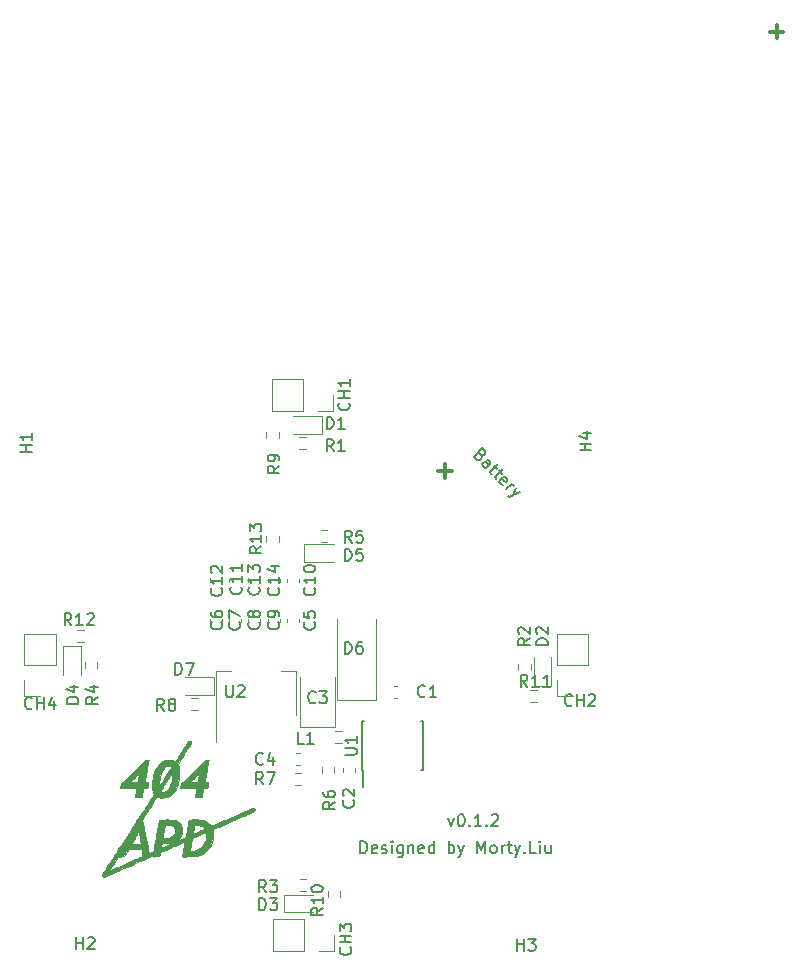
<source format=gbr>
%TF.GenerationSoftware,KiCad,Pcbnew,(5.1.8-0-10_14)*%
%TF.CreationDate,2021-02-24T01:50:54+08:00*%
%TF.ProjectId,batt_board,62617474-5f62-46f6-9172-642e6b696361,v0.2*%
%TF.SameCoordinates,Original*%
%TF.FileFunction,Legend,Top*%
%TF.FilePolarity,Positive*%
%FSLAX46Y46*%
G04 Gerber Fmt 4.6, Leading zero omitted, Abs format (unit mm)*
G04 Created by KiCad (PCBNEW (5.1.8-0-10_14)) date 2021-02-24 01:50:54*
%MOMM*%
%LPD*%
G01*
G04 APERTURE LIST*
%ADD10C,0.150000*%
%ADD11C,0.300000*%
%ADD12C,0.010000*%
%ADD13C,0.120000*%
G04 APERTURE END LIST*
D10*
X144606380Y-101036380D02*
X144606380Y-100036380D01*
X144844476Y-100036380D01*
X144987333Y-100084000D01*
X145082571Y-100179238D01*
X145130190Y-100274476D01*
X145177809Y-100464952D01*
X145177809Y-100607809D01*
X145130190Y-100798285D01*
X145082571Y-100893523D01*
X144987333Y-100988761D01*
X144844476Y-101036380D01*
X144606380Y-101036380D01*
X145987333Y-100988761D02*
X145892095Y-101036380D01*
X145701619Y-101036380D01*
X145606380Y-100988761D01*
X145558761Y-100893523D01*
X145558761Y-100512571D01*
X145606380Y-100417333D01*
X145701619Y-100369714D01*
X145892095Y-100369714D01*
X145987333Y-100417333D01*
X146034952Y-100512571D01*
X146034952Y-100607809D01*
X145558761Y-100703047D01*
X146415904Y-100988761D02*
X146511142Y-101036380D01*
X146701619Y-101036380D01*
X146796857Y-100988761D01*
X146844476Y-100893523D01*
X146844476Y-100845904D01*
X146796857Y-100750666D01*
X146701619Y-100703047D01*
X146558761Y-100703047D01*
X146463523Y-100655428D01*
X146415904Y-100560190D01*
X146415904Y-100512571D01*
X146463523Y-100417333D01*
X146558761Y-100369714D01*
X146701619Y-100369714D01*
X146796857Y-100417333D01*
X147273047Y-101036380D02*
X147273047Y-100369714D01*
X147273047Y-100036380D02*
X147225428Y-100084000D01*
X147273047Y-100131619D01*
X147320666Y-100084000D01*
X147273047Y-100036380D01*
X147273047Y-100131619D01*
X148177809Y-100369714D02*
X148177809Y-101179238D01*
X148130190Y-101274476D01*
X148082571Y-101322095D01*
X147987333Y-101369714D01*
X147844476Y-101369714D01*
X147749238Y-101322095D01*
X148177809Y-100988761D02*
X148082571Y-101036380D01*
X147892095Y-101036380D01*
X147796857Y-100988761D01*
X147749238Y-100941142D01*
X147701619Y-100845904D01*
X147701619Y-100560190D01*
X147749238Y-100464952D01*
X147796857Y-100417333D01*
X147892095Y-100369714D01*
X148082571Y-100369714D01*
X148177809Y-100417333D01*
X148654000Y-100369714D02*
X148654000Y-101036380D01*
X148654000Y-100464952D02*
X148701619Y-100417333D01*
X148796857Y-100369714D01*
X148939714Y-100369714D01*
X149034952Y-100417333D01*
X149082571Y-100512571D01*
X149082571Y-101036380D01*
X149939714Y-100988761D02*
X149844476Y-101036380D01*
X149654000Y-101036380D01*
X149558761Y-100988761D01*
X149511142Y-100893523D01*
X149511142Y-100512571D01*
X149558761Y-100417333D01*
X149654000Y-100369714D01*
X149844476Y-100369714D01*
X149939714Y-100417333D01*
X149987333Y-100512571D01*
X149987333Y-100607809D01*
X149511142Y-100703047D01*
X150844476Y-101036380D02*
X150844476Y-100036380D01*
X150844476Y-100988761D02*
X150749238Y-101036380D01*
X150558761Y-101036380D01*
X150463523Y-100988761D01*
X150415904Y-100941142D01*
X150368285Y-100845904D01*
X150368285Y-100560190D01*
X150415904Y-100464952D01*
X150463523Y-100417333D01*
X150558761Y-100369714D01*
X150749238Y-100369714D01*
X150844476Y-100417333D01*
X152082571Y-101036380D02*
X152082571Y-100036380D01*
X152082571Y-100417333D02*
X152177809Y-100369714D01*
X152368285Y-100369714D01*
X152463523Y-100417333D01*
X152511142Y-100464952D01*
X152558761Y-100560190D01*
X152558761Y-100845904D01*
X152511142Y-100941142D01*
X152463523Y-100988761D01*
X152368285Y-101036380D01*
X152177809Y-101036380D01*
X152082571Y-100988761D01*
X152892095Y-100369714D02*
X153130190Y-101036380D01*
X153368285Y-100369714D02*
X153130190Y-101036380D01*
X153034952Y-101274476D01*
X152987333Y-101322095D01*
X152892095Y-101369714D01*
X154511142Y-101036380D02*
X154511142Y-100036380D01*
X154844476Y-100750666D01*
X155177809Y-100036380D01*
X155177809Y-101036380D01*
X155796857Y-101036380D02*
X155701619Y-100988761D01*
X155654000Y-100941142D01*
X155606380Y-100845904D01*
X155606380Y-100560190D01*
X155654000Y-100464952D01*
X155701619Y-100417333D01*
X155796857Y-100369714D01*
X155939714Y-100369714D01*
X156034952Y-100417333D01*
X156082571Y-100464952D01*
X156130190Y-100560190D01*
X156130190Y-100845904D01*
X156082571Y-100941142D01*
X156034952Y-100988761D01*
X155939714Y-101036380D01*
X155796857Y-101036380D01*
X156558761Y-101036380D02*
X156558761Y-100369714D01*
X156558761Y-100560190D02*
X156606380Y-100464952D01*
X156654000Y-100417333D01*
X156749238Y-100369714D01*
X156844476Y-100369714D01*
X157034952Y-100369714D02*
X157415904Y-100369714D01*
X157177809Y-100036380D02*
X157177809Y-100893523D01*
X157225428Y-100988761D01*
X157320666Y-101036380D01*
X157415904Y-101036380D01*
X157654000Y-100369714D02*
X157892095Y-101036380D01*
X158130190Y-100369714D02*
X157892095Y-101036380D01*
X157796857Y-101274476D01*
X157749238Y-101322095D01*
X157654000Y-101369714D01*
X158511142Y-100941142D02*
X158558761Y-100988761D01*
X158511142Y-101036380D01*
X158463523Y-100988761D01*
X158511142Y-100941142D01*
X158511142Y-101036380D01*
X159463523Y-101036380D02*
X158987333Y-101036380D01*
X158987333Y-100036380D01*
X159796857Y-101036380D02*
X159796857Y-100369714D01*
X159796857Y-100036380D02*
X159749238Y-100084000D01*
X159796857Y-100131619D01*
X159844476Y-100084000D01*
X159796857Y-100036380D01*
X159796857Y-100131619D01*
X160701619Y-100369714D02*
X160701619Y-101036380D01*
X160273047Y-100369714D02*
X160273047Y-100893523D01*
X160320666Y-100988761D01*
X160415904Y-101036380D01*
X160558761Y-101036380D01*
X160654000Y-100988761D01*
X160701619Y-100941142D01*
X152035142Y-98083714D02*
X152273238Y-98750380D01*
X152511333Y-98083714D01*
X153082761Y-97750380D02*
X153178000Y-97750380D01*
X153273238Y-97798000D01*
X153320857Y-97845619D01*
X153368476Y-97940857D01*
X153416095Y-98131333D01*
X153416095Y-98369428D01*
X153368476Y-98559904D01*
X153320857Y-98655142D01*
X153273238Y-98702761D01*
X153178000Y-98750380D01*
X153082761Y-98750380D01*
X152987523Y-98702761D01*
X152939904Y-98655142D01*
X152892285Y-98559904D01*
X152844666Y-98369428D01*
X152844666Y-98131333D01*
X152892285Y-97940857D01*
X152939904Y-97845619D01*
X152987523Y-97798000D01*
X153082761Y-97750380D01*
X153844666Y-98655142D02*
X153892285Y-98702761D01*
X153844666Y-98750380D01*
X153797047Y-98702761D01*
X153844666Y-98655142D01*
X153844666Y-98750380D01*
X154844666Y-98750380D02*
X154273238Y-98750380D01*
X154558952Y-98750380D02*
X154558952Y-97750380D01*
X154463714Y-97893238D01*
X154368476Y-97988476D01*
X154273238Y-98036095D01*
X155273238Y-98655142D02*
X155320857Y-98702761D01*
X155273238Y-98750380D01*
X155225619Y-98702761D01*
X155273238Y-98655142D01*
X155273238Y-98750380D01*
X155701809Y-97845619D02*
X155749428Y-97798000D01*
X155844666Y-97750380D01*
X156082761Y-97750380D01*
X156178000Y-97798000D01*
X156225619Y-97845619D01*
X156273238Y-97940857D01*
X156273238Y-98036095D01*
X156225619Y-98178952D01*
X155654190Y-98750380D01*
X156273238Y-98750380D01*
D11*
X151193571Y-68687142D02*
X152336428Y-68687142D01*
X151765000Y-69258571D02*
X151765000Y-68115714D01*
X179260571Y-31476142D02*
X180403428Y-31476142D01*
X179832000Y-32047571D02*
X179832000Y-30904714D01*
D12*
%TO.C,G\u002A\u002A\u002A*%
G36*
X130192042Y-91542678D02*
G01*
X130234060Y-91579050D01*
X130258102Y-91617043D01*
X130268036Y-91656437D01*
X130262472Y-91702186D01*
X130240023Y-91759247D01*
X130199299Y-91832575D01*
X130138913Y-91927126D01*
X130134789Y-91933349D01*
X130078333Y-92018966D01*
X130010474Y-92122734D01*
X129937994Y-92234233D01*
X129867676Y-92343044D01*
X129833171Y-92396733D01*
X129776037Y-92485808D01*
X129705431Y-92595821D01*
X129626197Y-92719226D01*
X129543183Y-92848477D01*
X129461234Y-92976027D01*
X129407726Y-93059283D01*
X129150554Y-93459366D01*
X129192873Y-93555056D01*
X129234034Y-93677381D01*
X129262664Y-93826120D01*
X129279078Y-93996352D01*
X129283591Y-94183155D01*
X129276517Y-94381609D01*
X129258170Y-94586791D01*
X129228867Y-94793779D01*
X129188921Y-94997654D01*
X129138646Y-95193492D01*
X129078359Y-95376372D01*
X129076012Y-95382635D01*
X128979134Y-95604204D01*
X128866420Y-95795897D01*
X128737621Y-95957906D01*
X128592483Y-96090424D01*
X128430756Y-96193644D01*
X128252187Y-96267758D01*
X128056525Y-96312958D01*
X127843519Y-96329437D01*
X127838200Y-96329481D01*
X127745079Y-96329180D01*
X127675144Y-96325876D01*
X127617753Y-96318165D01*
X127562265Y-96304641D01*
X127501141Y-96284965D01*
X127438470Y-96265462D01*
X127388226Y-96253514D01*
X127358659Y-96250950D01*
X127354786Y-96252538D01*
X127342860Y-96269579D01*
X127314890Y-96311600D01*
X127273163Y-96375103D01*
X127219963Y-96456592D01*
X127157578Y-96552568D01*
X127088294Y-96659535D01*
X127047160Y-96723200D01*
X126957142Y-96862622D01*
X126854725Y-97021198D01*
X126745907Y-97189643D01*
X126636685Y-97358677D01*
X126533055Y-97519017D01*
X126445113Y-97655044D01*
X126371412Y-97769323D01*
X126303481Y-97875238D01*
X126243553Y-97969259D01*
X126193862Y-98047858D01*
X126156643Y-98107506D01*
X126134130Y-98144676D01*
X126128368Y-98155294D01*
X126130429Y-98174618D01*
X126138701Y-98224158D01*
X126152594Y-98300970D01*
X126171519Y-98402106D01*
X126194887Y-98524621D01*
X126222108Y-98665568D01*
X126252594Y-98822000D01*
X126285756Y-98990973D01*
X126321003Y-99169539D01*
X126357748Y-99354753D01*
X126395400Y-99543667D01*
X126433370Y-99733337D01*
X126471070Y-99920815D01*
X126507909Y-100103156D01*
X126543300Y-100277413D01*
X126576652Y-100440640D01*
X126607376Y-100589890D01*
X126634884Y-100722219D01*
X126658585Y-100834678D01*
X126677891Y-100924323D01*
X126692213Y-100988207D01*
X126700961Y-101023383D01*
X126703157Y-101029402D01*
X126720705Y-101026277D01*
X126761290Y-101012129D01*
X126817240Y-100990208D01*
X126880881Y-100963762D01*
X126944538Y-100936041D01*
X127000537Y-100910296D01*
X127041206Y-100889776D01*
X127057490Y-100879356D01*
X127062930Y-100860879D01*
X127074069Y-100811650D01*
X127090404Y-100734212D01*
X127111433Y-100631105D01*
X127136652Y-100504873D01*
X127165558Y-100358058D01*
X127197650Y-100193202D01*
X127232424Y-100012846D01*
X127269377Y-99819533D01*
X127290572Y-99707752D01*
X127871042Y-99707752D01*
X127871482Y-99708526D01*
X127899999Y-99719639D01*
X127955127Y-99727253D01*
X128029788Y-99731337D01*
X128116904Y-99731861D01*
X128209397Y-99728795D01*
X128300189Y-99722109D01*
X128382202Y-99711772D01*
X128388533Y-99710726D01*
X128511675Y-99676291D01*
X128630130Y-99618230D01*
X128732280Y-99542772D01*
X128767236Y-99507711D01*
X128830603Y-99424670D01*
X128870997Y-99338250D01*
X128891147Y-99239709D01*
X128893785Y-99120304D01*
X128893081Y-99104697D01*
X128879219Y-98982951D01*
X128849221Y-98887075D01*
X128799716Y-98811565D01*
X128727331Y-98750921D01*
X128650789Y-98709460D01*
X128613414Y-98693743D01*
X128576424Y-98682892D01*
X128532477Y-98676028D01*
X128474235Y-98672272D01*
X128394356Y-98670746D01*
X128325629Y-98670533D01*
X128225439Y-98671243D01*
X128153959Y-98673701D01*
X128106058Y-98678399D01*
X128076601Y-98685830D01*
X128060968Y-98695933D01*
X128052716Y-98717534D01*
X128039957Y-98766933D01*
X128023630Y-98839105D01*
X128004676Y-98929023D01*
X127984036Y-99031664D01*
X127962649Y-99142002D01*
X127941457Y-99255011D01*
X127921399Y-99365667D01*
X127903416Y-99468943D01*
X127888449Y-99559815D01*
X127877437Y-99633258D01*
X127871321Y-99684245D01*
X127871042Y-99707752D01*
X127290572Y-99707752D01*
X127308007Y-99615805D01*
X127320646Y-99548797D01*
X127568646Y-98232334D01*
X127614436Y-98220088D01*
X127645727Y-98215023D01*
X127704438Y-98208491D01*
X127784188Y-98201090D01*
X127878594Y-98193416D01*
X127969717Y-98186845D01*
X128240357Y-98176942D01*
X128483265Y-98185982D01*
X128698912Y-98214151D01*
X128887764Y-98261636D01*
X129050291Y-98328623D01*
X129186959Y-98415299D01*
X129298236Y-98521850D01*
X129384592Y-98648463D01*
X129438797Y-98772133D01*
X129465557Y-98878553D01*
X129481342Y-99004604D01*
X129485555Y-99137680D01*
X129477598Y-99265173D01*
X129465674Y-99338804D01*
X129411067Y-99517598D01*
X129327731Y-99678871D01*
X129216600Y-99821452D01*
X129078603Y-99944168D01*
X128914675Y-100045846D01*
X128896533Y-100054989D01*
X128758163Y-100116653D01*
X128624387Y-100160873D01*
X128485520Y-100189758D01*
X128331874Y-100205417D01*
X128185333Y-100209888D01*
X128089383Y-100209874D01*
X127998035Y-100208731D01*
X127920286Y-100206649D01*
X127865128Y-100203814D01*
X127855819Y-100203000D01*
X127771839Y-100194533D01*
X127742049Y-100355400D01*
X127728083Y-100429584D01*
X127715418Y-100494654D01*
X127705949Y-100540982D01*
X127702941Y-100554367D01*
X127701643Y-100583583D01*
X127709870Y-100592467D01*
X127727134Y-100585894D01*
X127772288Y-100567084D01*
X127842208Y-100537396D01*
X127933766Y-100498191D01*
X128043837Y-100450830D01*
X128169296Y-100396672D01*
X128307015Y-100337079D01*
X128453869Y-100273410D01*
X128606732Y-100207027D01*
X128762478Y-100139289D01*
X128917981Y-100071556D01*
X129070115Y-100005191D01*
X129215754Y-99941552D01*
X129351773Y-99882000D01*
X129475044Y-99827896D01*
X129582443Y-99780600D01*
X129670843Y-99741473D01*
X129737119Y-99711874D01*
X129778143Y-99693165D01*
X129790847Y-99686821D01*
X129794911Y-99669576D01*
X129804323Y-99622500D01*
X129818426Y-99549089D01*
X129836561Y-99452843D01*
X129847305Y-99395111D01*
X130407186Y-99395111D01*
X130407636Y-99401984D01*
X130413231Y-99405264D01*
X130426550Y-99403935D01*
X130450175Y-99396981D01*
X130486686Y-99383386D01*
X130538664Y-99362134D01*
X130608688Y-99332207D01*
X130699339Y-99292591D01*
X130813198Y-99242269D01*
X130952844Y-99180224D01*
X131120802Y-99105467D01*
X131423137Y-98970879D01*
X131363703Y-98905373D01*
X131277793Y-98829281D01*
X131169386Y-98761664D01*
X131049796Y-98709119D01*
X131000237Y-98693485D01*
X130929264Y-98678452D01*
X130846629Y-98668075D01*
X130760604Y-98662545D01*
X130679464Y-98662051D01*
X130611481Y-98666783D01*
X130564931Y-98676930D01*
X130553279Y-98683233D01*
X130539692Y-98708746D01*
X130523235Y-98765924D01*
X130503766Y-98855378D01*
X130481141Y-98977718D01*
X130472836Y-99026133D01*
X130455354Y-99128837D01*
X130439223Y-99222023D01*
X130425489Y-99299769D01*
X130415200Y-99356149D01*
X130409402Y-99385241D01*
X130409301Y-99385661D01*
X130407186Y-99395111D01*
X129847305Y-99395111D01*
X129858073Y-99337260D01*
X129882304Y-99205838D01*
X129908598Y-99062075D01*
X129921748Y-98989775D01*
X129949007Y-98839893D01*
X129974644Y-98699445D01*
X129997975Y-98572138D01*
X130018317Y-98461683D01*
X130034985Y-98371786D01*
X130047296Y-98306157D01*
X130054566Y-98268504D01*
X130055996Y-98261733D01*
X130072562Y-98239005D01*
X130111896Y-98220167D01*
X130176232Y-98204818D01*
X130267801Y-98192558D01*
X130388836Y-98182985D01*
X130532699Y-98176031D01*
X130801261Y-98176924D01*
X131045534Y-98201086D01*
X131265974Y-98248658D01*
X131463035Y-98319784D01*
X131637170Y-98414607D01*
X131788836Y-98533270D01*
X131845205Y-98589462D01*
X131887736Y-98636855D01*
X131922286Y-98678798D01*
X131939404Y-98703100D01*
X131946596Y-98712208D01*
X131958242Y-98716566D01*
X131978024Y-98714912D01*
X132009619Y-98705982D01*
X132056707Y-98688513D01*
X132122967Y-98661242D01*
X132212079Y-98622906D01*
X132327721Y-98572241D01*
X132353143Y-98561052D01*
X132439962Y-98522846D01*
X132553773Y-98472794D01*
X132690554Y-98412664D01*
X132846286Y-98344221D01*
X133016948Y-98269231D01*
X133198522Y-98189462D01*
X133386986Y-98106680D01*
X133578321Y-98022651D01*
X133768506Y-97939141D01*
X133781800Y-97933304D01*
X133968340Y-97851355D01*
X134153651Y-97769855D01*
X134334085Y-97690414D01*
X134505994Y-97614641D01*
X134665730Y-97544146D01*
X134809646Y-97480541D01*
X134934094Y-97425434D01*
X135035425Y-97380435D01*
X135109993Y-97347156D01*
X135119533Y-97342875D01*
X135241904Y-97288914D01*
X135338374Y-97249322D01*
X135413280Y-97223221D01*
X135470961Y-97209734D01*
X135515756Y-97207982D01*
X135552003Y-97217087D01*
X135584041Y-97236172D01*
X135596571Y-97246336D01*
X135630249Y-97284863D01*
X135642863Y-97331635D01*
X135643697Y-97355050D01*
X135641819Y-97391497D01*
X135634038Y-97423098D01*
X135617135Y-97452046D01*
X135587892Y-97480529D01*
X135543088Y-97510739D01*
X135479504Y-97544865D01*
X135393921Y-97585098D01*
X135283120Y-97633628D01*
X135153349Y-97688663D01*
X135096208Y-97712973D01*
X135010902Y-97749634D01*
X134900285Y-97797407D01*
X134767212Y-97855050D01*
X134614536Y-97921323D01*
X134445111Y-97994986D01*
X134261793Y-98074797D01*
X134067434Y-98159517D01*
X133864890Y-98247904D01*
X133657014Y-98338719D01*
X133527800Y-98395220D01*
X133324710Y-98484031D01*
X133129986Y-98569138D01*
X132945934Y-98649534D01*
X132774861Y-98724214D01*
X132619073Y-98792172D01*
X132480877Y-98852405D01*
X132362578Y-98903905D01*
X132266485Y-98945668D01*
X132194902Y-98976689D01*
X132150136Y-98995962D01*
X132135033Y-99002303D01*
X132109740Y-99018004D01*
X132099254Y-99044813D01*
X132102501Y-99090099D01*
X132114286Y-99144667D01*
X132123602Y-99205842D01*
X132129295Y-99292520D01*
X132131483Y-99396546D01*
X132130280Y-99509764D01*
X132125800Y-99624016D01*
X132118160Y-99731148D01*
X132107474Y-99823001D01*
X132104444Y-99842013D01*
X132046853Y-100088679D01*
X131961757Y-100316512D01*
X131849991Y-100524459D01*
X131712386Y-100711469D01*
X131549776Y-100876488D01*
X131362992Y-101018465D01*
X131152869Y-101136348D01*
X131041887Y-101184896D01*
X130961366Y-101216071D01*
X130887593Y-101241565D01*
X130815817Y-101262013D01*
X130741286Y-101278048D01*
X130659249Y-101290305D01*
X130564953Y-101299418D01*
X130453648Y-101306021D01*
X130320582Y-101310748D01*
X130161003Y-101314233D01*
X130060700Y-101315843D01*
X129908474Y-101317973D01*
X129786745Y-101319306D01*
X129692151Y-101319721D01*
X129621330Y-101319101D01*
X129570920Y-101317327D01*
X129537557Y-101314278D01*
X129517880Y-101309838D01*
X129508526Y-101303886D01*
X129506133Y-101296304D01*
X129506133Y-101296225D01*
X129509102Y-101273634D01*
X129517549Y-101221679D01*
X129530785Y-101144296D01*
X129548120Y-101045420D01*
X129568863Y-100928988D01*
X129590979Y-100806397D01*
X130166533Y-100806397D01*
X130169681Y-100818058D01*
X130182746Y-100825426D01*
X130211164Y-100828986D01*
X130260366Y-100829223D01*
X130335788Y-100826622D01*
X130373966Y-100824921D01*
X130519120Y-100813931D01*
X130636484Y-100795247D01*
X130699933Y-100778764D01*
X130866376Y-100710042D01*
X131020929Y-100612021D01*
X131160606Y-100488082D01*
X131282419Y-100341601D01*
X131383381Y-100175957D01*
X131460505Y-99994528D01*
X131493697Y-99881125D01*
X131511948Y-99794126D01*
X131526789Y-99698881D01*
X131537939Y-99601087D01*
X131545118Y-99506442D01*
X131548044Y-99420642D01*
X131546435Y-99349384D01*
X131540011Y-99298366D01*
X131528491Y-99273285D01*
X131523778Y-99271667D01*
X131503967Y-99278306D01*
X131457516Y-99296981D01*
X131388664Y-99325824D01*
X131301653Y-99362968D01*
X131200724Y-99406546D01*
X131090116Y-99454690D01*
X130974072Y-99505535D01*
X130856831Y-99557212D01*
X130742635Y-99607855D01*
X130635725Y-99655597D01*
X130540340Y-99698571D01*
X130460723Y-99734909D01*
X130401113Y-99762745D01*
X130365752Y-99780212D01*
X130357948Y-99784929D01*
X130351125Y-99804868D01*
X130339517Y-99853135D01*
X130324071Y-99924680D01*
X130305732Y-100014453D01*
X130285447Y-100117404D01*
X130264163Y-100228483D01*
X130242825Y-100342641D01*
X130222380Y-100454826D01*
X130203775Y-100559990D01*
X130187955Y-100653081D01*
X130175867Y-100729051D01*
X130168457Y-100782848D01*
X130166533Y-100806397D01*
X129590979Y-100806397D01*
X129592326Y-100798935D01*
X129616644Y-100665598D01*
X129641829Y-100527428D01*
X129664744Y-100400173D01*
X129684738Y-100287573D01*
X129701159Y-100193369D01*
X129713354Y-100121298D01*
X129720672Y-100075101D01*
X129722478Y-100058529D01*
X129706598Y-100064442D01*
X129662290Y-100082921D01*
X129592110Y-100112856D01*
X129498613Y-100153140D01*
X129384354Y-100202663D01*
X129251888Y-100260317D01*
X129103770Y-100324992D01*
X128942557Y-100395580D01*
X128770803Y-100470973D01*
X128684866Y-100508763D01*
X128508629Y-100586299D01*
X128341496Y-100659815D01*
X128186053Y-100728176D01*
X128044883Y-100790245D01*
X127920570Y-100844888D01*
X127815698Y-100890967D01*
X127732852Y-100927349D01*
X127674615Y-100952896D01*
X127643572Y-100966473D01*
X127639105Y-100968399D01*
X127631005Y-100986210D01*
X127619380Y-101030145D01*
X127606009Y-101092876D01*
X127596772Y-101142843D01*
X127567267Y-101312133D01*
X127276649Y-101316760D01*
X127171337Y-101318301D01*
X127095321Y-101318735D01*
X127044036Y-101317581D01*
X127012916Y-101314361D01*
X126997396Y-101308592D01*
X126992911Y-101299796D01*
X126994896Y-101287491D01*
X126994991Y-101287127D01*
X126998395Y-101259805D01*
X126994562Y-101252867D01*
X126980228Y-101258213D01*
X126941313Y-101274413D01*
X126877270Y-101301702D01*
X126787553Y-101340318D01*
X126671617Y-101390500D01*
X126528915Y-101452485D01*
X126358901Y-101526510D01*
X126161029Y-101612814D01*
X125934754Y-101711633D01*
X125679530Y-101823205D01*
X125394810Y-101947769D01*
X125080049Y-102085561D01*
X124824067Y-102197672D01*
X124537969Y-102323063D01*
X124281475Y-102435638D01*
X124053114Y-102536054D01*
X123851419Y-102624970D01*
X123674922Y-102703044D01*
X123522155Y-102770934D01*
X123391649Y-102829299D01*
X123281936Y-102878796D01*
X123191548Y-102920083D01*
X123119016Y-102953819D01*
X123062873Y-102980662D01*
X123021650Y-103001270D01*
X122993879Y-103016301D01*
X122982930Y-103023004D01*
X122912661Y-103055044D01*
X122841063Y-103063259D01*
X122779299Y-103046423D01*
X122777780Y-103045556D01*
X122740373Y-103006854D01*
X122716373Y-102949623D01*
X122710731Y-102888127D01*
X122714979Y-102864629D01*
X122728686Y-102834298D01*
X122757841Y-102781192D01*
X122799225Y-102710793D01*
X122849615Y-102628581D01*
X122904870Y-102541467D01*
X122927785Y-102505933D01*
X123338387Y-102505933D01*
X123356935Y-102499485D01*
X123401853Y-102481440D01*
X123468473Y-102453748D01*
X123552126Y-102418357D01*
X123648144Y-102377216D01*
X123689527Y-102359344D01*
X123819029Y-102303194D01*
X123963723Y-102240283D01*
X124120919Y-102171795D01*
X124287927Y-102098910D01*
X124462057Y-102022811D01*
X124640618Y-101944680D01*
X124820920Y-101865698D01*
X125000273Y-101787046D01*
X125175986Y-101709908D01*
X125345370Y-101635464D01*
X125505735Y-101564896D01*
X125654389Y-101499387D01*
X125788642Y-101440118D01*
X125905805Y-101388270D01*
X126003188Y-101345026D01*
X126078099Y-101311568D01*
X126127848Y-101289077D01*
X126149747Y-101278735D01*
X126150529Y-101278248D01*
X126150743Y-101259923D01*
X126146531Y-101214985D01*
X126138847Y-101150258D01*
X126128646Y-101072567D01*
X126116882Y-100988734D01*
X126104508Y-100905584D01*
X126092479Y-100829940D01*
X126081747Y-100768628D01*
X126074189Y-100732167D01*
X126064995Y-100694067D01*
X124972035Y-100694067D01*
X124616417Y-101312133D01*
X124090003Y-101321447D01*
X123865247Y-101672390D01*
X123791060Y-101788034D01*
X123711946Y-101911017D01*
X123633286Y-102033001D01*
X123560459Y-102145646D01*
X123498846Y-102240611D01*
X123483205Y-102264633D01*
X123432421Y-102343602D01*
X123389925Y-102411731D01*
X123358458Y-102464451D01*
X123340764Y-102497193D01*
X123338387Y-102505933D01*
X122927785Y-102505933D01*
X122955280Y-102463298D01*
X123020615Y-102361981D01*
X123097446Y-102242834D01*
X123182346Y-102111172D01*
X123271887Y-101972312D01*
X123362640Y-101831570D01*
X123443348Y-101706405D01*
X123520913Y-101586251D01*
X123613899Y-101442441D01*
X123719246Y-101279696D01*
X123833892Y-101102738D01*
X123954776Y-100916290D01*
X124078837Y-100725073D01*
X124203014Y-100533809D01*
X124324245Y-100347220D01*
X124379075Y-100262891D01*
X125222000Y-100262891D01*
X125237968Y-100265929D01*
X125282033Y-100268207D01*
X125348434Y-100269763D01*
X125431410Y-100270632D01*
X125525199Y-100270850D01*
X125624042Y-100270453D01*
X125722177Y-100269476D01*
X125813844Y-100267956D01*
X125893281Y-100265928D01*
X125954728Y-100263429D01*
X125992424Y-100260494D01*
X126001644Y-100258033D01*
X125999610Y-100233534D01*
X125992978Y-100181683D01*
X125982504Y-100107274D01*
X125968944Y-100015104D01*
X125953054Y-99909970D01*
X125935588Y-99796668D01*
X125917304Y-99679993D01*
X125898956Y-99564743D01*
X125881300Y-99455712D01*
X125865092Y-99357698D01*
X125851088Y-99275497D01*
X125840043Y-99213904D01*
X125832713Y-99177716D01*
X125830222Y-99170067D01*
X125820419Y-99184255D01*
X125796584Y-99224153D01*
X125760944Y-99285762D01*
X125715723Y-99365083D01*
X125663148Y-99458117D01*
X125605445Y-99560864D01*
X125544839Y-99669325D01*
X125483557Y-99779501D01*
X125423823Y-99887393D01*
X125367865Y-99989001D01*
X125317907Y-100080327D01*
X125276175Y-100157371D01*
X125244896Y-100216133D01*
X125226294Y-100252615D01*
X125222000Y-100262891D01*
X124379075Y-100262891D01*
X124407006Y-100219933D01*
X124567757Y-99972672D01*
X124731746Y-99720225D01*
X124897948Y-99464181D01*
X125065336Y-99206129D01*
X125232885Y-98947657D01*
X125399571Y-98690353D01*
X125564369Y-98435806D01*
X125726251Y-98185605D01*
X125884195Y-97941338D01*
X126037173Y-97704593D01*
X126184161Y-97476959D01*
X126324134Y-97260025D01*
X126456066Y-97055379D01*
X126578932Y-96864610D01*
X126691707Y-96689306D01*
X126793364Y-96531055D01*
X126882880Y-96391446D01*
X126959229Y-96272068D01*
X127021385Y-96174509D01*
X127068324Y-96100358D01*
X127099019Y-96051202D01*
X127112446Y-96028632D01*
X127112899Y-96027658D01*
X127109714Y-96003065D01*
X127093760Y-95958432D01*
X127068624Y-95903698D01*
X127027196Y-95810683D01*
X127013301Y-95766307D01*
X127677333Y-95766307D01*
X127692361Y-95787176D01*
X127731275Y-95810026D01*
X127784824Y-95829857D01*
X127804333Y-95834933D01*
X127897741Y-95841316D01*
X128004546Y-95822224D01*
X128112690Y-95781197D01*
X128221126Y-95711290D01*
X128320304Y-95609764D01*
X128409647Y-95477735D01*
X128488579Y-95316318D01*
X128556524Y-95126631D01*
X128612904Y-94909789D01*
X128643074Y-94754817D01*
X128656848Y-94665603D01*
X128668781Y-94571224D01*
X128678512Y-94477082D01*
X128685683Y-94388582D01*
X128689933Y-94311126D01*
X128690902Y-94250117D01*
X128688231Y-94210959D01*
X128681561Y-94199056D01*
X128680002Y-94200133D01*
X128666560Y-94218376D01*
X128637290Y-94261671D01*
X128594227Y-94326837D01*
X128539408Y-94410693D01*
X128474869Y-94510060D01*
X128402645Y-94621758D01*
X128324773Y-94742607D01*
X128243288Y-94869426D01*
X128160226Y-94999035D01*
X128077624Y-95128254D01*
X127997516Y-95253904D01*
X127921940Y-95372803D01*
X127852931Y-95481772D01*
X127792524Y-95577631D01*
X127742757Y-95657199D01*
X127705664Y-95717297D01*
X127683282Y-95754744D01*
X127677333Y-95766307D01*
X127013301Y-95766307D01*
X126997418Y-95715587D01*
X126977910Y-95610771D01*
X126967288Y-95488597D01*
X126964172Y-95341425D01*
X126964213Y-95326540D01*
X126967143Y-95252961D01*
X127541867Y-95252961D01*
X127542928Y-95306496D01*
X127547249Y-95331522D01*
X127556537Y-95333361D01*
X127565159Y-95325595D01*
X127578736Y-95306794D01*
X127608769Y-95262353D01*
X127653393Y-95195116D01*
X127710745Y-95107925D01*
X127778961Y-95003626D01*
X127856176Y-94885061D01*
X127940526Y-94755075D01*
X128030148Y-94616510D01*
X128042019Y-94598123D01*
X128157083Y-94419907D01*
X128255138Y-94268020D01*
X128337479Y-94140294D01*
X128405397Y-94034562D01*
X128460188Y-93948657D01*
X128503143Y-93880412D01*
X128535556Y-93827659D01*
X128558720Y-93788233D01*
X128573930Y-93759964D01*
X128582477Y-93740688D01*
X128585656Y-93728235D01*
X128584759Y-93720439D01*
X128581081Y-93715134D01*
X128575914Y-93710151D01*
X128573517Y-93707520D01*
X128518356Y-93665309D01*
X128440397Y-93638750D01*
X128347637Y-93629408D01*
X128248074Y-93638846D01*
X128235479Y-93641439D01*
X128141103Y-93678074D01*
X128046378Y-93744941D01*
X127954756Y-93838619D01*
X127869690Y-93955690D01*
X127808287Y-94064666D01*
X127746313Y-94207230D01*
X127689095Y-94374889D01*
X127638573Y-94558988D01*
X127596687Y-94750873D01*
X127565378Y-94941890D01*
X127546586Y-95123384D01*
X127541867Y-95252961D01*
X126967143Y-95252961D01*
X126975906Y-95032989D01*
X127007780Y-94752858D01*
X127058974Y-94488313D01*
X127128630Y-94241522D01*
X127215886Y-94014650D01*
X127319884Y-93809866D01*
X127439764Y-93629335D01*
X127574666Y-93475224D01*
X127723729Y-93349700D01*
X127757853Y-93326454D01*
X127905845Y-93246709D01*
X128070204Y-93187777D01*
X128243842Y-93150499D01*
X128419671Y-93135713D01*
X128590604Y-93144259D01*
X128749553Y-93176978D01*
X128817934Y-93200876D01*
X128870392Y-93221413D01*
X128908165Y-93234967D01*
X128922769Y-93238576D01*
X128934110Y-93221153D01*
X128961490Y-93178779D01*
X129002631Y-93114992D01*
X129055256Y-93033329D01*
X129117090Y-92937327D01*
X129185854Y-92830524D01*
X129259273Y-92716456D01*
X129335070Y-92598660D01*
X129410967Y-92480675D01*
X129484689Y-92366035D01*
X129553959Y-92258280D01*
X129616499Y-92160946D01*
X129655379Y-92100400D01*
X129744845Y-91961072D01*
X129817955Y-91847491D01*
X129876662Y-91756913D01*
X129922915Y-91686593D01*
X129958668Y-91633787D01*
X129985871Y-91595750D01*
X130006476Y-91569738D01*
X130022435Y-91553006D01*
X130035699Y-91542810D01*
X130048220Y-91536404D01*
X130059597Y-91531943D01*
X130127751Y-91522478D01*
X130192042Y-91542678D01*
G37*
X130192042Y-91542678D02*
X130234060Y-91579050D01*
X130258102Y-91617043D01*
X130268036Y-91656437D01*
X130262472Y-91702186D01*
X130240023Y-91759247D01*
X130199299Y-91832575D01*
X130138913Y-91927126D01*
X130134789Y-91933349D01*
X130078333Y-92018966D01*
X130010474Y-92122734D01*
X129937994Y-92234233D01*
X129867676Y-92343044D01*
X129833171Y-92396733D01*
X129776037Y-92485808D01*
X129705431Y-92595821D01*
X129626197Y-92719226D01*
X129543183Y-92848477D01*
X129461234Y-92976027D01*
X129407726Y-93059283D01*
X129150554Y-93459366D01*
X129192873Y-93555056D01*
X129234034Y-93677381D01*
X129262664Y-93826120D01*
X129279078Y-93996352D01*
X129283591Y-94183155D01*
X129276517Y-94381609D01*
X129258170Y-94586791D01*
X129228867Y-94793779D01*
X129188921Y-94997654D01*
X129138646Y-95193492D01*
X129078359Y-95376372D01*
X129076012Y-95382635D01*
X128979134Y-95604204D01*
X128866420Y-95795897D01*
X128737621Y-95957906D01*
X128592483Y-96090424D01*
X128430756Y-96193644D01*
X128252187Y-96267758D01*
X128056525Y-96312958D01*
X127843519Y-96329437D01*
X127838200Y-96329481D01*
X127745079Y-96329180D01*
X127675144Y-96325876D01*
X127617753Y-96318165D01*
X127562265Y-96304641D01*
X127501141Y-96284965D01*
X127438470Y-96265462D01*
X127388226Y-96253514D01*
X127358659Y-96250950D01*
X127354786Y-96252538D01*
X127342860Y-96269579D01*
X127314890Y-96311600D01*
X127273163Y-96375103D01*
X127219963Y-96456592D01*
X127157578Y-96552568D01*
X127088294Y-96659535D01*
X127047160Y-96723200D01*
X126957142Y-96862622D01*
X126854725Y-97021198D01*
X126745907Y-97189643D01*
X126636685Y-97358677D01*
X126533055Y-97519017D01*
X126445113Y-97655044D01*
X126371412Y-97769323D01*
X126303481Y-97875238D01*
X126243553Y-97969259D01*
X126193862Y-98047858D01*
X126156643Y-98107506D01*
X126134130Y-98144676D01*
X126128368Y-98155294D01*
X126130429Y-98174618D01*
X126138701Y-98224158D01*
X126152594Y-98300970D01*
X126171519Y-98402106D01*
X126194887Y-98524621D01*
X126222108Y-98665568D01*
X126252594Y-98822000D01*
X126285756Y-98990973D01*
X126321003Y-99169539D01*
X126357748Y-99354753D01*
X126395400Y-99543667D01*
X126433370Y-99733337D01*
X126471070Y-99920815D01*
X126507909Y-100103156D01*
X126543300Y-100277413D01*
X126576652Y-100440640D01*
X126607376Y-100589890D01*
X126634884Y-100722219D01*
X126658585Y-100834678D01*
X126677891Y-100924323D01*
X126692213Y-100988207D01*
X126700961Y-101023383D01*
X126703157Y-101029402D01*
X126720705Y-101026277D01*
X126761290Y-101012129D01*
X126817240Y-100990208D01*
X126880881Y-100963762D01*
X126944538Y-100936041D01*
X127000537Y-100910296D01*
X127041206Y-100889776D01*
X127057490Y-100879356D01*
X127062930Y-100860879D01*
X127074069Y-100811650D01*
X127090404Y-100734212D01*
X127111433Y-100631105D01*
X127136652Y-100504873D01*
X127165558Y-100358058D01*
X127197650Y-100193202D01*
X127232424Y-100012846D01*
X127269377Y-99819533D01*
X127290572Y-99707752D01*
X127871042Y-99707752D01*
X127871482Y-99708526D01*
X127899999Y-99719639D01*
X127955127Y-99727253D01*
X128029788Y-99731337D01*
X128116904Y-99731861D01*
X128209397Y-99728795D01*
X128300189Y-99722109D01*
X128382202Y-99711772D01*
X128388533Y-99710726D01*
X128511675Y-99676291D01*
X128630130Y-99618230D01*
X128732280Y-99542772D01*
X128767236Y-99507711D01*
X128830603Y-99424670D01*
X128870997Y-99338250D01*
X128891147Y-99239709D01*
X128893785Y-99120304D01*
X128893081Y-99104697D01*
X128879219Y-98982951D01*
X128849221Y-98887075D01*
X128799716Y-98811565D01*
X128727331Y-98750921D01*
X128650789Y-98709460D01*
X128613414Y-98693743D01*
X128576424Y-98682892D01*
X128532477Y-98676028D01*
X128474235Y-98672272D01*
X128394356Y-98670746D01*
X128325629Y-98670533D01*
X128225439Y-98671243D01*
X128153959Y-98673701D01*
X128106058Y-98678399D01*
X128076601Y-98685830D01*
X128060968Y-98695933D01*
X128052716Y-98717534D01*
X128039957Y-98766933D01*
X128023630Y-98839105D01*
X128004676Y-98929023D01*
X127984036Y-99031664D01*
X127962649Y-99142002D01*
X127941457Y-99255011D01*
X127921399Y-99365667D01*
X127903416Y-99468943D01*
X127888449Y-99559815D01*
X127877437Y-99633258D01*
X127871321Y-99684245D01*
X127871042Y-99707752D01*
X127290572Y-99707752D01*
X127308007Y-99615805D01*
X127320646Y-99548797D01*
X127568646Y-98232334D01*
X127614436Y-98220088D01*
X127645727Y-98215023D01*
X127704438Y-98208491D01*
X127784188Y-98201090D01*
X127878594Y-98193416D01*
X127969717Y-98186845D01*
X128240357Y-98176942D01*
X128483265Y-98185982D01*
X128698912Y-98214151D01*
X128887764Y-98261636D01*
X129050291Y-98328623D01*
X129186959Y-98415299D01*
X129298236Y-98521850D01*
X129384592Y-98648463D01*
X129438797Y-98772133D01*
X129465557Y-98878553D01*
X129481342Y-99004604D01*
X129485555Y-99137680D01*
X129477598Y-99265173D01*
X129465674Y-99338804D01*
X129411067Y-99517598D01*
X129327731Y-99678871D01*
X129216600Y-99821452D01*
X129078603Y-99944168D01*
X128914675Y-100045846D01*
X128896533Y-100054989D01*
X128758163Y-100116653D01*
X128624387Y-100160873D01*
X128485520Y-100189758D01*
X128331874Y-100205417D01*
X128185333Y-100209888D01*
X128089383Y-100209874D01*
X127998035Y-100208731D01*
X127920286Y-100206649D01*
X127865128Y-100203814D01*
X127855819Y-100203000D01*
X127771839Y-100194533D01*
X127742049Y-100355400D01*
X127728083Y-100429584D01*
X127715418Y-100494654D01*
X127705949Y-100540982D01*
X127702941Y-100554367D01*
X127701643Y-100583583D01*
X127709870Y-100592467D01*
X127727134Y-100585894D01*
X127772288Y-100567084D01*
X127842208Y-100537396D01*
X127933766Y-100498191D01*
X128043837Y-100450830D01*
X128169296Y-100396672D01*
X128307015Y-100337079D01*
X128453869Y-100273410D01*
X128606732Y-100207027D01*
X128762478Y-100139289D01*
X128917981Y-100071556D01*
X129070115Y-100005191D01*
X129215754Y-99941552D01*
X129351773Y-99882000D01*
X129475044Y-99827896D01*
X129582443Y-99780600D01*
X129670843Y-99741473D01*
X129737119Y-99711874D01*
X129778143Y-99693165D01*
X129790847Y-99686821D01*
X129794911Y-99669576D01*
X129804323Y-99622500D01*
X129818426Y-99549089D01*
X129836561Y-99452843D01*
X129847305Y-99395111D01*
X130407186Y-99395111D01*
X130407636Y-99401984D01*
X130413231Y-99405264D01*
X130426550Y-99403935D01*
X130450175Y-99396981D01*
X130486686Y-99383386D01*
X130538664Y-99362134D01*
X130608688Y-99332207D01*
X130699339Y-99292591D01*
X130813198Y-99242269D01*
X130952844Y-99180224D01*
X131120802Y-99105467D01*
X131423137Y-98970879D01*
X131363703Y-98905373D01*
X131277793Y-98829281D01*
X131169386Y-98761664D01*
X131049796Y-98709119D01*
X131000237Y-98693485D01*
X130929264Y-98678452D01*
X130846629Y-98668075D01*
X130760604Y-98662545D01*
X130679464Y-98662051D01*
X130611481Y-98666783D01*
X130564931Y-98676930D01*
X130553279Y-98683233D01*
X130539692Y-98708746D01*
X130523235Y-98765924D01*
X130503766Y-98855378D01*
X130481141Y-98977718D01*
X130472836Y-99026133D01*
X130455354Y-99128837D01*
X130439223Y-99222023D01*
X130425489Y-99299769D01*
X130415200Y-99356149D01*
X130409402Y-99385241D01*
X130409301Y-99385661D01*
X130407186Y-99395111D01*
X129847305Y-99395111D01*
X129858073Y-99337260D01*
X129882304Y-99205838D01*
X129908598Y-99062075D01*
X129921748Y-98989775D01*
X129949007Y-98839893D01*
X129974644Y-98699445D01*
X129997975Y-98572138D01*
X130018317Y-98461683D01*
X130034985Y-98371786D01*
X130047296Y-98306157D01*
X130054566Y-98268504D01*
X130055996Y-98261733D01*
X130072562Y-98239005D01*
X130111896Y-98220167D01*
X130176232Y-98204818D01*
X130267801Y-98192558D01*
X130388836Y-98182985D01*
X130532699Y-98176031D01*
X130801261Y-98176924D01*
X131045534Y-98201086D01*
X131265974Y-98248658D01*
X131463035Y-98319784D01*
X131637170Y-98414607D01*
X131788836Y-98533270D01*
X131845205Y-98589462D01*
X131887736Y-98636855D01*
X131922286Y-98678798D01*
X131939404Y-98703100D01*
X131946596Y-98712208D01*
X131958242Y-98716566D01*
X131978024Y-98714912D01*
X132009619Y-98705982D01*
X132056707Y-98688513D01*
X132122967Y-98661242D01*
X132212079Y-98622906D01*
X132327721Y-98572241D01*
X132353143Y-98561052D01*
X132439962Y-98522846D01*
X132553773Y-98472794D01*
X132690554Y-98412664D01*
X132846286Y-98344221D01*
X133016948Y-98269231D01*
X133198522Y-98189462D01*
X133386986Y-98106680D01*
X133578321Y-98022651D01*
X133768506Y-97939141D01*
X133781800Y-97933304D01*
X133968340Y-97851355D01*
X134153651Y-97769855D01*
X134334085Y-97690414D01*
X134505994Y-97614641D01*
X134665730Y-97544146D01*
X134809646Y-97480541D01*
X134934094Y-97425434D01*
X135035425Y-97380435D01*
X135109993Y-97347156D01*
X135119533Y-97342875D01*
X135241904Y-97288914D01*
X135338374Y-97249322D01*
X135413280Y-97223221D01*
X135470961Y-97209734D01*
X135515756Y-97207982D01*
X135552003Y-97217087D01*
X135584041Y-97236172D01*
X135596571Y-97246336D01*
X135630249Y-97284863D01*
X135642863Y-97331635D01*
X135643697Y-97355050D01*
X135641819Y-97391497D01*
X135634038Y-97423098D01*
X135617135Y-97452046D01*
X135587892Y-97480529D01*
X135543088Y-97510739D01*
X135479504Y-97544865D01*
X135393921Y-97585098D01*
X135283120Y-97633628D01*
X135153349Y-97688663D01*
X135096208Y-97712973D01*
X135010902Y-97749634D01*
X134900285Y-97797407D01*
X134767212Y-97855050D01*
X134614536Y-97921323D01*
X134445111Y-97994986D01*
X134261793Y-98074797D01*
X134067434Y-98159517D01*
X133864890Y-98247904D01*
X133657014Y-98338719D01*
X133527800Y-98395220D01*
X133324710Y-98484031D01*
X133129986Y-98569138D01*
X132945934Y-98649534D01*
X132774861Y-98724214D01*
X132619073Y-98792172D01*
X132480877Y-98852405D01*
X132362578Y-98903905D01*
X132266485Y-98945668D01*
X132194902Y-98976689D01*
X132150136Y-98995962D01*
X132135033Y-99002303D01*
X132109740Y-99018004D01*
X132099254Y-99044813D01*
X132102501Y-99090099D01*
X132114286Y-99144667D01*
X132123602Y-99205842D01*
X132129295Y-99292520D01*
X132131483Y-99396546D01*
X132130280Y-99509764D01*
X132125800Y-99624016D01*
X132118160Y-99731148D01*
X132107474Y-99823001D01*
X132104444Y-99842013D01*
X132046853Y-100088679D01*
X131961757Y-100316512D01*
X131849991Y-100524459D01*
X131712386Y-100711469D01*
X131549776Y-100876488D01*
X131362992Y-101018465D01*
X131152869Y-101136348D01*
X131041887Y-101184896D01*
X130961366Y-101216071D01*
X130887593Y-101241565D01*
X130815817Y-101262013D01*
X130741286Y-101278048D01*
X130659249Y-101290305D01*
X130564953Y-101299418D01*
X130453648Y-101306021D01*
X130320582Y-101310748D01*
X130161003Y-101314233D01*
X130060700Y-101315843D01*
X129908474Y-101317973D01*
X129786745Y-101319306D01*
X129692151Y-101319721D01*
X129621330Y-101319101D01*
X129570920Y-101317327D01*
X129537557Y-101314278D01*
X129517880Y-101309838D01*
X129508526Y-101303886D01*
X129506133Y-101296304D01*
X129506133Y-101296225D01*
X129509102Y-101273634D01*
X129517549Y-101221679D01*
X129530785Y-101144296D01*
X129548120Y-101045420D01*
X129568863Y-100928988D01*
X129590979Y-100806397D01*
X130166533Y-100806397D01*
X130169681Y-100818058D01*
X130182746Y-100825426D01*
X130211164Y-100828986D01*
X130260366Y-100829223D01*
X130335788Y-100826622D01*
X130373966Y-100824921D01*
X130519120Y-100813931D01*
X130636484Y-100795247D01*
X130699933Y-100778764D01*
X130866376Y-100710042D01*
X131020929Y-100612021D01*
X131160606Y-100488082D01*
X131282419Y-100341601D01*
X131383381Y-100175957D01*
X131460505Y-99994528D01*
X131493697Y-99881125D01*
X131511948Y-99794126D01*
X131526789Y-99698881D01*
X131537939Y-99601087D01*
X131545118Y-99506442D01*
X131548044Y-99420642D01*
X131546435Y-99349384D01*
X131540011Y-99298366D01*
X131528491Y-99273285D01*
X131523778Y-99271667D01*
X131503967Y-99278306D01*
X131457516Y-99296981D01*
X131388664Y-99325824D01*
X131301653Y-99362968D01*
X131200724Y-99406546D01*
X131090116Y-99454690D01*
X130974072Y-99505535D01*
X130856831Y-99557212D01*
X130742635Y-99607855D01*
X130635725Y-99655597D01*
X130540340Y-99698571D01*
X130460723Y-99734909D01*
X130401113Y-99762745D01*
X130365752Y-99780212D01*
X130357948Y-99784929D01*
X130351125Y-99804868D01*
X130339517Y-99853135D01*
X130324071Y-99924680D01*
X130305732Y-100014453D01*
X130285447Y-100117404D01*
X130264163Y-100228483D01*
X130242825Y-100342641D01*
X130222380Y-100454826D01*
X130203775Y-100559990D01*
X130187955Y-100653081D01*
X130175867Y-100729051D01*
X130168457Y-100782848D01*
X130166533Y-100806397D01*
X129590979Y-100806397D01*
X129592326Y-100798935D01*
X129616644Y-100665598D01*
X129641829Y-100527428D01*
X129664744Y-100400173D01*
X129684738Y-100287573D01*
X129701159Y-100193369D01*
X129713354Y-100121298D01*
X129720672Y-100075101D01*
X129722478Y-100058529D01*
X129706598Y-100064442D01*
X129662290Y-100082921D01*
X129592110Y-100112856D01*
X129498613Y-100153140D01*
X129384354Y-100202663D01*
X129251888Y-100260317D01*
X129103770Y-100324992D01*
X128942557Y-100395580D01*
X128770803Y-100470973D01*
X128684866Y-100508763D01*
X128508629Y-100586299D01*
X128341496Y-100659815D01*
X128186053Y-100728176D01*
X128044883Y-100790245D01*
X127920570Y-100844888D01*
X127815698Y-100890967D01*
X127732852Y-100927349D01*
X127674615Y-100952896D01*
X127643572Y-100966473D01*
X127639105Y-100968399D01*
X127631005Y-100986210D01*
X127619380Y-101030145D01*
X127606009Y-101092876D01*
X127596772Y-101142843D01*
X127567267Y-101312133D01*
X127276649Y-101316760D01*
X127171337Y-101318301D01*
X127095321Y-101318735D01*
X127044036Y-101317581D01*
X127012916Y-101314361D01*
X126997396Y-101308592D01*
X126992911Y-101299796D01*
X126994896Y-101287491D01*
X126994991Y-101287127D01*
X126998395Y-101259805D01*
X126994562Y-101252867D01*
X126980228Y-101258213D01*
X126941313Y-101274413D01*
X126877270Y-101301702D01*
X126787553Y-101340318D01*
X126671617Y-101390500D01*
X126528915Y-101452485D01*
X126358901Y-101526510D01*
X126161029Y-101612814D01*
X125934754Y-101711633D01*
X125679530Y-101823205D01*
X125394810Y-101947769D01*
X125080049Y-102085561D01*
X124824067Y-102197672D01*
X124537969Y-102323063D01*
X124281475Y-102435638D01*
X124053114Y-102536054D01*
X123851419Y-102624970D01*
X123674922Y-102703044D01*
X123522155Y-102770934D01*
X123391649Y-102829299D01*
X123281936Y-102878796D01*
X123191548Y-102920083D01*
X123119016Y-102953819D01*
X123062873Y-102980662D01*
X123021650Y-103001270D01*
X122993879Y-103016301D01*
X122982930Y-103023004D01*
X122912661Y-103055044D01*
X122841063Y-103063259D01*
X122779299Y-103046423D01*
X122777780Y-103045556D01*
X122740373Y-103006854D01*
X122716373Y-102949623D01*
X122710731Y-102888127D01*
X122714979Y-102864629D01*
X122728686Y-102834298D01*
X122757841Y-102781192D01*
X122799225Y-102710793D01*
X122849615Y-102628581D01*
X122904870Y-102541467D01*
X122927785Y-102505933D01*
X123338387Y-102505933D01*
X123356935Y-102499485D01*
X123401853Y-102481440D01*
X123468473Y-102453748D01*
X123552126Y-102418357D01*
X123648144Y-102377216D01*
X123689527Y-102359344D01*
X123819029Y-102303194D01*
X123963723Y-102240283D01*
X124120919Y-102171795D01*
X124287927Y-102098910D01*
X124462057Y-102022811D01*
X124640618Y-101944680D01*
X124820920Y-101865698D01*
X125000273Y-101787046D01*
X125175986Y-101709908D01*
X125345370Y-101635464D01*
X125505735Y-101564896D01*
X125654389Y-101499387D01*
X125788642Y-101440118D01*
X125905805Y-101388270D01*
X126003188Y-101345026D01*
X126078099Y-101311568D01*
X126127848Y-101289077D01*
X126149747Y-101278735D01*
X126150529Y-101278248D01*
X126150743Y-101259923D01*
X126146531Y-101214985D01*
X126138847Y-101150258D01*
X126128646Y-101072567D01*
X126116882Y-100988734D01*
X126104508Y-100905584D01*
X126092479Y-100829940D01*
X126081747Y-100768628D01*
X126074189Y-100732167D01*
X126064995Y-100694067D01*
X124972035Y-100694067D01*
X124616417Y-101312133D01*
X124090003Y-101321447D01*
X123865247Y-101672390D01*
X123791060Y-101788034D01*
X123711946Y-101911017D01*
X123633286Y-102033001D01*
X123560459Y-102145646D01*
X123498846Y-102240611D01*
X123483205Y-102264633D01*
X123432421Y-102343602D01*
X123389925Y-102411731D01*
X123358458Y-102464451D01*
X123340764Y-102497193D01*
X123338387Y-102505933D01*
X122927785Y-102505933D01*
X122955280Y-102463298D01*
X123020615Y-102361981D01*
X123097446Y-102242834D01*
X123182346Y-102111172D01*
X123271887Y-101972312D01*
X123362640Y-101831570D01*
X123443348Y-101706405D01*
X123520913Y-101586251D01*
X123613899Y-101442441D01*
X123719246Y-101279696D01*
X123833892Y-101102738D01*
X123954776Y-100916290D01*
X124078837Y-100725073D01*
X124203014Y-100533809D01*
X124324245Y-100347220D01*
X124379075Y-100262891D01*
X125222000Y-100262891D01*
X125237968Y-100265929D01*
X125282033Y-100268207D01*
X125348434Y-100269763D01*
X125431410Y-100270632D01*
X125525199Y-100270850D01*
X125624042Y-100270453D01*
X125722177Y-100269476D01*
X125813844Y-100267956D01*
X125893281Y-100265928D01*
X125954728Y-100263429D01*
X125992424Y-100260494D01*
X126001644Y-100258033D01*
X125999610Y-100233534D01*
X125992978Y-100181683D01*
X125982504Y-100107274D01*
X125968944Y-100015104D01*
X125953054Y-99909970D01*
X125935588Y-99796668D01*
X125917304Y-99679993D01*
X125898956Y-99564743D01*
X125881300Y-99455712D01*
X125865092Y-99357698D01*
X125851088Y-99275497D01*
X125840043Y-99213904D01*
X125832713Y-99177716D01*
X125830222Y-99170067D01*
X125820419Y-99184255D01*
X125796584Y-99224153D01*
X125760944Y-99285762D01*
X125715723Y-99365083D01*
X125663148Y-99458117D01*
X125605445Y-99560864D01*
X125544839Y-99669325D01*
X125483557Y-99779501D01*
X125423823Y-99887393D01*
X125367865Y-99989001D01*
X125317907Y-100080327D01*
X125276175Y-100157371D01*
X125244896Y-100216133D01*
X125226294Y-100252615D01*
X125222000Y-100262891D01*
X124379075Y-100262891D01*
X124407006Y-100219933D01*
X124567757Y-99972672D01*
X124731746Y-99720225D01*
X124897948Y-99464181D01*
X125065336Y-99206129D01*
X125232885Y-98947657D01*
X125399571Y-98690353D01*
X125564369Y-98435806D01*
X125726251Y-98185605D01*
X125884195Y-97941338D01*
X126037173Y-97704593D01*
X126184161Y-97476959D01*
X126324134Y-97260025D01*
X126456066Y-97055379D01*
X126578932Y-96864610D01*
X126691707Y-96689306D01*
X126793364Y-96531055D01*
X126882880Y-96391446D01*
X126959229Y-96272068D01*
X127021385Y-96174509D01*
X127068324Y-96100358D01*
X127099019Y-96051202D01*
X127112446Y-96028632D01*
X127112899Y-96027658D01*
X127109714Y-96003065D01*
X127093760Y-95958432D01*
X127068624Y-95903698D01*
X127027196Y-95810683D01*
X127013301Y-95766307D01*
X127677333Y-95766307D01*
X127692361Y-95787176D01*
X127731275Y-95810026D01*
X127784824Y-95829857D01*
X127804333Y-95834933D01*
X127897741Y-95841316D01*
X128004546Y-95822224D01*
X128112690Y-95781197D01*
X128221126Y-95711290D01*
X128320304Y-95609764D01*
X128409647Y-95477735D01*
X128488579Y-95316318D01*
X128556524Y-95126631D01*
X128612904Y-94909789D01*
X128643074Y-94754817D01*
X128656848Y-94665603D01*
X128668781Y-94571224D01*
X128678512Y-94477082D01*
X128685683Y-94388582D01*
X128689933Y-94311126D01*
X128690902Y-94250117D01*
X128688231Y-94210959D01*
X128681561Y-94199056D01*
X128680002Y-94200133D01*
X128666560Y-94218376D01*
X128637290Y-94261671D01*
X128594227Y-94326837D01*
X128539408Y-94410693D01*
X128474869Y-94510060D01*
X128402645Y-94621758D01*
X128324773Y-94742607D01*
X128243288Y-94869426D01*
X128160226Y-94999035D01*
X128077624Y-95128254D01*
X127997516Y-95253904D01*
X127921940Y-95372803D01*
X127852931Y-95481772D01*
X127792524Y-95577631D01*
X127742757Y-95657199D01*
X127705664Y-95717297D01*
X127683282Y-95754744D01*
X127677333Y-95766307D01*
X127013301Y-95766307D01*
X126997418Y-95715587D01*
X126977910Y-95610771D01*
X126967288Y-95488597D01*
X126964172Y-95341425D01*
X126964213Y-95326540D01*
X126967143Y-95252961D01*
X127541867Y-95252961D01*
X127542928Y-95306496D01*
X127547249Y-95331522D01*
X127556537Y-95333361D01*
X127565159Y-95325595D01*
X127578736Y-95306794D01*
X127608769Y-95262353D01*
X127653393Y-95195116D01*
X127710745Y-95107925D01*
X127778961Y-95003626D01*
X127856176Y-94885061D01*
X127940526Y-94755075D01*
X128030148Y-94616510D01*
X128042019Y-94598123D01*
X128157083Y-94419907D01*
X128255138Y-94268020D01*
X128337479Y-94140294D01*
X128405397Y-94034562D01*
X128460188Y-93948657D01*
X128503143Y-93880412D01*
X128535556Y-93827659D01*
X128558720Y-93788233D01*
X128573930Y-93759964D01*
X128582477Y-93740688D01*
X128585656Y-93728235D01*
X128584759Y-93720439D01*
X128581081Y-93715134D01*
X128575914Y-93710151D01*
X128573517Y-93707520D01*
X128518356Y-93665309D01*
X128440397Y-93638750D01*
X128347637Y-93629408D01*
X128248074Y-93638846D01*
X128235479Y-93641439D01*
X128141103Y-93678074D01*
X128046378Y-93744941D01*
X127954756Y-93838619D01*
X127869690Y-93955690D01*
X127808287Y-94064666D01*
X127746313Y-94207230D01*
X127689095Y-94374889D01*
X127638573Y-94558988D01*
X127596687Y-94750873D01*
X127565378Y-94941890D01*
X127546586Y-95123384D01*
X127541867Y-95252961D01*
X126967143Y-95252961D01*
X126975906Y-95032989D01*
X127007780Y-94752858D01*
X127058974Y-94488313D01*
X127128630Y-94241522D01*
X127215886Y-94014650D01*
X127319884Y-93809866D01*
X127439764Y-93629335D01*
X127574666Y-93475224D01*
X127723729Y-93349700D01*
X127757853Y-93326454D01*
X127905845Y-93246709D01*
X128070204Y-93187777D01*
X128243842Y-93150499D01*
X128419671Y-93135713D01*
X128590604Y-93144259D01*
X128749553Y-93176978D01*
X128817934Y-93200876D01*
X128870392Y-93221413D01*
X128908165Y-93234967D01*
X128922769Y-93238576D01*
X128934110Y-93221153D01*
X128961490Y-93178779D01*
X129002631Y-93114992D01*
X129055256Y-93033329D01*
X129117090Y-92937327D01*
X129185854Y-92830524D01*
X129259273Y-92716456D01*
X129335070Y-92598660D01*
X129410967Y-92480675D01*
X129484689Y-92366035D01*
X129553959Y-92258280D01*
X129616499Y-92160946D01*
X129655379Y-92100400D01*
X129744845Y-91961072D01*
X129817955Y-91847491D01*
X129876662Y-91756913D01*
X129922915Y-91686593D01*
X129958668Y-91633787D01*
X129985871Y-91595750D01*
X130006476Y-91569738D01*
X130022435Y-91553006D01*
X130035699Y-91542810D01*
X130048220Y-91536404D01*
X130059597Y-91531943D01*
X130127751Y-91522478D01*
X130192042Y-91542678D01*
G36*
X126633214Y-93181340D02*
G01*
X126659164Y-93186735D01*
X126661333Y-93189260D01*
X126658354Y-93208276D01*
X126649876Y-93256829D01*
X126636591Y-93331163D01*
X126619192Y-93427518D01*
X126598369Y-93542135D01*
X126574814Y-93671258D01*
X126549219Y-93811127D01*
X126522275Y-93957984D01*
X126494674Y-94108072D01*
X126467107Y-94257631D01*
X126440266Y-94402903D01*
X126414843Y-94540130D01*
X126391528Y-94665554D01*
X126371014Y-94775416D01*
X126353993Y-94865959D01*
X126341154Y-94933423D01*
X126333192Y-94974051D01*
X126331213Y-94983300D01*
X126328287Y-95001225D01*
X126334086Y-95012407D01*
X126354682Y-95018436D01*
X126396147Y-95020903D01*
X126464552Y-95021398D01*
X126476695Y-95021400D01*
X126631369Y-95021400D01*
X126619785Y-95110300D01*
X126610754Y-95170469D01*
X126597425Y-95248588D01*
X126582414Y-95329453D01*
X126579734Y-95343133D01*
X126551267Y-95487067D01*
X126395904Y-95491918D01*
X126240541Y-95496770D01*
X126223955Y-95576585D01*
X126215674Y-95618832D01*
X126202799Y-95687451D01*
X126186613Y-95775464D01*
X126168402Y-95875891D01*
X126150845Y-95973900D01*
X126094321Y-96291400D01*
X125802094Y-96291400D01*
X125706873Y-96290576D01*
X125624635Y-96288291D01*
X125560835Y-96284826D01*
X125520931Y-96280462D01*
X125509866Y-96276373D01*
X125512852Y-96255976D01*
X125521207Y-96207344D01*
X125534025Y-96135525D01*
X125550402Y-96045564D01*
X125569433Y-95942508D01*
X125577426Y-95899606D01*
X125597293Y-95792330D01*
X125614865Y-95695731D01*
X125629230Y-95614965D01*
X125639475Y-95555191D01*
X125644687Y-95521564D01*
X125645159Y-95516700D01*
X125638328Y-95511216D01*
X125616055Y-95506700D01*
X125575818Y-95503073D01*
X125515094Y-95500257D01*
X125431360Y-95498175D01*
X125322094Y-95496749D01*
X125184774Y-95495900D01*
X125016877Y-95495552D01*
X124959533Y-95495533D01*
X124273733Y-95495533D01*
X124273736Y-95457433D01*
X124276759Y-95423086D01*
X124284762Y-95366508D01*
X124296155Y-95298692D01*
X124298864Y-95283867D01*
X124312545Y-95215406D01*
X124326978Y-95168599D01*
X124348542Y-95131701D01*
X124383617Y-95092969D01*
X124423035Y-95055267D01*
X124451240Y-95028530D01*
X124458724Y-95021400D01*
X125113682Y-95021400D01*
X125739135Y-95021400D01*
X125795260Y-94712367D01*
X125813753Y-94610616D01*
X125830748Y-94517242D01*
X125845083Y-94438623D01*
X125855594Y-94381136D01*
X125860863Y-94352533D01*
X125863485Y-94338405D01*
X125864098Y-94328319D01*
X125860510Y-94324162D01*
X125850529Y-94327818D01*
X125831962Y-94341173D01*
X125802616Y-94366113D01*
X125760300Y-94404522D01*
X125702821Y-94458288D01*
X125627986Y-94529294D01*
X125533604Y-94619427D01*
X125417481Y-94730572D01*
X125383741Y-94762873D01*
X125113682Y-95021400D01*
X124458724Y-95021400D01*
X124501740Y-94980420D01*
X124572379Y-94912999D01*
X124661003Y-94828327D01*
X124765455Y-94728466D01*
X124883581Y-94615477D01*
X125013225Y-94491420D01*
X125152233Y-94358358D01*
X125298448Y-94218351D01*
X125449715Y-94073459D01*
X125450056Y-94073133D01*
X126378030Y-93184133D01*
X126519681Y-93179241D01*
X126584114Y-93178658D01*
X126633214Y-93181340D01*
G37*
X126633214Y-93181340D02*
X126659164Y-93186735D01*
X126661333Y-93189260D01*
X126658354Y-93208276D01*
X126649876Y-93256829D01*
X126636591Y-93331163D01*
X126619192Y-93427518D01*
X126598369Y-93542135D01*
X126574814Y-93671258D01*
X126549219Y-93811127D01*
X126522275Y-93957984D01*
X126494674Y-94108072D01*
X126467107Y-94257631D01*
X126440266Y-94402903D01*
X126414843Y-94540130D01*
X126391528Y-94665554D01*
X126371014Y-94775416D01*
X126353993Y-94865959D01*
X126341154Y-94933423D01*
X126333192Y-94974051D01*
X126331213Y-94983300D01*
X126328287Y-95001225D01*
X126334086Y-95012407D01*
X126354682Y-95018436D01*
X126396147Y-95020903D01*
X126464552Y-95021398D01*
X126476695Y-95021400D01*
X126631369Y-95021400D01*
X126619785Y-95110300D01*
X126610754Y-95170469D01*
X126597425Y-95248588D01*
X126582414Y-95329453D01*
X126579734Y-95343133D01*
X126551267Y-95487067D01*
X126395904Y-95491918D01*
X126240541Y-95496770D01*
X126223955Y-95576585D01*
X126215674Y-95618832D01*
X126202799Y-95687451D01*
X126186613Y-95775464D01*
X126168402Y-95875891D01*
X126150845Y-95973900D01*
X126094321Y-96291400D01*
X125802094Y-96291400D01*
X125706873Y-96290576D01*
X125624635Y-96288291D01*
X125560835Y-96284826D01*
X125520931Y-96280462D01*
X125509866Y-96276373D01*
X125512852Y-96255976D01*
X125521207Y-96207344D01*
X125534025Y-96135525D01*
X125550402Y-96045564D01*
X125569433Y-95942508D01*
X125577426Y-95899606D01*
X125597293Y-95792330D01*
X125614865Y-95695731D01*
X125629230Y-95614965D01*
X125639475Y-95555191D01*
X125644687Y-95521564D01*
X125645159Y-95516700D01*
X125638328Y-95511216D01*
X125616055Y-95506700D01*
X125575818Y-95503073D01*
X125515094Y-95500257D01*
X125431360Y-95498175D01*
X125322094Y-95496749D01*
X125184774Y-95495900D01*
X125016877Y-95495552D01*
X124959533Y-95495533D01*
X124273733Y-95495533D01*
X124273736Y-95457433D01*
X124276759Y-95423086D01*
X124284762Y-95366508D01*
X124296155Y-95298692D01*
X124298864Y-95283867D01*
X124312545Y-95215406D01*
X124326978Y-95168599D01*
X124348542Y-95131701D01*
X124383617Y-95092969D01*
X124423035Y-95055267D01*
X124451240Y-95028530D01*
X124458724Y-95021400D01*
X125113682Y-95021400D01*
X125739135Y-95021400D01*
X125795260Y-94712367D01*
X125813753Y-94610616D01*
X125830748Y-94517242D01*
X125845083Y-94438623D01*
X125855594Y-94381136D01*
X125860863Y-94352533D01*
X125863485Y-94338405D01*
X125864098Y-94328319D01*
X125860510Y-94324162D01*
X125850529Y-94327818D01*
X125831962Y-94341173D01*
X125802616Y-94366113D01*
X125760300Y-94404522D01*
X125702821Y-94458288D01*
X125627986Y-94529294D01*
X125533604Y-94619427D01*
X125417481Y-94730572D01*
X125383741Y-94762873D01*
X125113682Y-95021400D01*
X124458724Y-95021400D01*
X124501740Y-94980420D01*
X124572379Y-94912999D01*
X124661003Y-94828327D01*
X124765455Y-94728466D01*
X124883581Y-94615477D01*
X125013225Y-94491420D01*
X125152233Y-94358358D01*
X125298448Y-94218351D01*
X125449715Y-94073459D01*
X125450056Y-94073133D01*
X126378030Y-93184133D01*
X126519681Y-93179241D01*
X126584114Y-93178658D01*
X126633214Y-93181340D01*
G36*
X131713166Y-93181337D02*
G01*
X131739150Y-93186728D01*
X131741333Y-93189260D01*
X131738354Y-93208276D01*
X131729876Y-93256829D01*
X131716591Y-93331163D01*
X131699192Y-93427518D01*
X131678369Y-93542135D01*
X131654814Y-93671258D01*
X131629219Y-93811127D01*
X131602275Y-93957984D01*
X131574674Y-94108072D01*
X131547107Y-94257631D01*
X131520266Y-94402903D01*
X131494843Y-94540130D01*
X131471528Y-94665554D01*
X131451014Y-94775416D01*
X131433993Y-94865959D01*
X131421154Y-94933423D01*
X131413192Y-94974051D01*
X131411213Y-94983300D01*
X131408287Y-95001225D01*
X131414086Y-95012407D01*
X131434682Y-95018436D01*
X131476147Y-95020903D01*
X131544552Y-95021398D01*
X131556695Y-95021400D01*
X131711369Y-95021400D01*
X131699785Y-95110300D01*
X131690754Y-95170469D01*
X131677425Y-95248588D01*
X131662414Y-95329453D01*
X131659734Y-95343133D01*
X131631267Y-95487067D01*
X131475904Y-95491918D01*
X131320541Y-95496770D01*
X131303955Y-95576585D01*
X131295674Y-95618832D01*
X131282799Y-95687451D01*
X131266613Y-95775464D01*
X131248402Y-95875891D01*
X131230845Y-95973900D01*
X131174321Y-96291400D01*
X130882094Y-96291400D01*
X130786873Y-96290576D01*
X130704635Y-96288291D01*
X130640835Y-96284826D01*
X130600931Y-96280462D01*
X130589867Y-96276373D01*
X130592852Y-96255976D01*
X130601207Y-96207344D01*
X130614025Y-96135525D01*
X130630402Y-96045564D01*
X130649433Y-95942508D01*
X130657426Y-95899606D01*
X130677293Y-95792330D01*
X130694865Y-95695731D01*
X130709230Y-95614965D01*
X130719475Y-95555191D01*
X130724687Y-95521564D01*
X130725159Y-95516700D01*
X130718324Y-95511206D01*
X130696035Y-95506683D01*
X130655765Y-95503052D01*
X130594988Y-95500236D01*
X130511175Y-95498156D01*
X130401800Y-95496734D01*
X130264335Y-95495892D01*
X130096254Y-95495550D01*
X130042355Y-95495533D01*
X129893590Y-95495328D01*
X129755575Y-95494742D01*
X129631941Y-95493821D01*
X129526318Y-95492609D01*
X129442333Y-95491151D01*
X129383618Y-95489492D01*
X129353801Y-95487678D01*
X129350823Y-95486978D01*
X129350137Y-95467762D01*
X129355180Y-95422892D01*
X129364973Y-95359913D01*
X129373315Y-95313411D01*
X129404363Y-95148400D01*
X129510281Y-95047793D01*
X129537976Y-95021400D01*
X130192612Y-95021400D01*
X130819135Y-95021400D01*
X130875260Y-94712367D01*
X130893753Y-94610616D01*
X130910748Y-94517242D01*
X130925083Y-94438623D01*
X130935594Y-94381136D01*
X130940863Y-94352533D01*
X130943541Y-94338443D01*
X130944368Y-94328226D01*
X130941149Y-94323768D01*
X130931688Y-94326953D01*
X130913790Y-94339667D01*
X130885262Y-94363796D01*
X130843908Y-94401225D01*
X130787533Y-94453840D01*
X130713942Y-94523527D01*
X130620941Y-94612170D01*
X130506335Y-94721655D01*
X130463206Y-94762865D01*
X130192612Y-95021400D01*
X129537976Y-95021400D01*
X129539708Y-95019750D01*
X129591409Y-94970378D01*
X129663195Y-94901768D01*
X129752881Y-94816013D01*
X129858277Y-94715207D01*
X129977196Y-94601440D01*
X130107451Y-94476807D01*
X130246855Y-94343398D01*
X130393220Y-94203308D01*
X130537013Y-94065660D01*
X131457825Y-93184133D01*
X131599579Y-93179241D01*
X131664037Y-93178657D01*
X131713166Y-93181337D01*
G37*
X131713166Y-93181337D02*
X131739150Y-93186728D01*
X131741333Y-93189260D01*
X131738354Y-93208276D01*
X131729876Y-93256829D01*
X131716591Y-93331163D01*
X131699192Y-93427518D01*
X131678369Y-93542135D01*
X131654814Y-93671258D01*
X131629219Y-93811127D01*
X131602275Y-93957984D01*
X131574674Y-94108072D01*
X131547107Y-94257631D01*
X131520266Y-94402903D01*
X131494843Y-94540130D01*
X131471528Y-94665554D01*
X131451014Y-94775416D01*
X131433993Y-94865959D01*
X131421154Y-94933423D01*
X131413192Y-94974051D01*
X131411213Y-94983300D01*
X131408287Y-95001225D01*
X131414086Y-95012407D01*
X131434682Y-95018436D01*
X131476147Y-95020903D01*
X131544552Y-95021398D01*
X131556695Y-95021400D01*
X131711369Y-95021400D01*
X131699785Y-95110300D01*
X131690754Y-95170469D01*
X131677425Y-95248588D01*
X131662414Y-95329453D01*
X131659734Y-95343133D01*
X131631267Y-95487067D01*
X131475904Y-95491918D01*
X131320541Y-95496770D01*
X131303955Y-95576585D01*
X131295674Y-95618832D01*
X131282799Y-95687451D01*
X131266613Y-95775464D01*
X131248402Y-95875891D01*
X131230845Y-95973900D01*
X131174321Y-96291400D01*
X130882094Y-96291400D01*
X130786873Y-96290576D01*
X130704635Y-96288291D01*
X130640835Y-96284826D01*
X130600931Y-96280462D01*
X130589867Y-96276373D01*
X130592852Y-96255976D01*
X130601207Y-96207344D01*
X130614025Y-96135525D01*
X130630402Y-96045564D01*
X130649433Y-95942508D01*
X130657426Y-95899606D01*
X130677293Y-95792330D01*
X130694865Y-95695731D01*
X130709230Y-95614965D01*
X130719475Y-95555191D01*
X130724687Y-95521564D01*
X130725159Y-95516700D01*
X130718324Y-95511206D01*
X130696035Y-95506683D01*
X130655765Y-95503052D01*
X130594988Y-95500236D01*
X130511175Y-95498156D01*
X130401800Y-95496734D01*
X130264335Y-95495892D01*
X130096254Y-95495550D01*
X130042355Y-95495533D01*
X129893590Y-95495328D01*
X129755575Y-95494742D01*
X129631941Y-95493821D01*
X129526318Y-95492609D01*
X129442333Y-95491151D01*
X129383618Y-95489492D01*
X129353801Y-95487678D01*
X129350823Y-95486978D01*
X129350137Y-95467762D01*
X129355180Y-95422892D01*
X129364973Y-95359913D01*
X129373315Y-95313411D01*
X129404363Y-95148400D01*
X129510281Y-95047793D01*
X129537976Y-95021400D01*
X130192612Y-95021400D01*
X130819135Y-95021400D01*
X130875260Y-94712367D01*
X130893753Y-94610616D01*
X130910748Y-94517242D01*
X130925083Y-94438623D01*
X130935594Y-94381136D01*
X130940863Y-94352533D01*
X130943541Y-94338443D01*
X130944368Y-94328226D01*
X130941149Y-94323768D01*
X130931688Y-94326953D01*
X130913790Y-94339667D01*
X130885262Y-94363796D01*
X130843908Y-94401225D01*
X130787533Y-94453840D01*
X130713942Y-94523527D01*
X130620941Y-94612170D01*
X130506335Y-94721655D01*
X130463206Y-94762865D01*
X130192612Y-95021400D01*
X129537976Y-95021400D01*
X129539708Y-95019750D01*
X129591409Y-94970378D01*
X129663195Y-94901768D01*
X129752881Y-94816013D01*
X129858277Y-94715207D01*
X129977196Y-94601440D01*
X130107451Y-94476807D01*
X130246855Y-94343398D01*
X130393220Y-94203308D01*
X130537013Y-94065660D01*
X131457825Y-93184133D01*
X131599579Y-93179241D01*
X131664037Y-93178657D01*
X131713166Y-93181337D01*
D13*
%TO.C,C3*%
X139460000Y-86134000D02*
X139460000Y-90344000D01*
X139460000Y-90344000D02*
X142480000Y-90344000D01*
X142480000Y-90344000D02*
X142480000Y-86134000D01*
%TO.C,U2*%
X132353000Y-91603000D02*
X132353000Y-85593000D01*
X139173000Y-89353000D02*
X139173000Y-85593000D01*
X132353000Y-85593000D02*
X133613000Y-85593000D01*
X139173000Y-85593000D02*
X137913000Y-85593000D01*
D10*
%TO.C,U1*%
X144795000Y-94023000D02*
X144795000Y-95423000D01*
X149895000Y-94023000D02*
X149895000Y-89873000D01*
X144745000Y-94023000D02*
X144745000Y-89873000D01*
X149895000Y-94023000D02*
X149750000Y-94023000D01*
X149895000Y-89873000D02*
X149750000Y-89873000D01*
X144745000Y-89873000D02*
X144890000Y-89873000D01*
X144745000Y-94023000D02*
X144795000Y-94023000D01*
D13*
%TO.C,R13*%
X137682500Y-74676724D02*
X137682500Y-74167276D01*
X136637500Y-74676724D02*
X136637500Y-74167276D01*
%TO.C,R12*%
X120649276Y-83199500D02*
X121158724Y-83199500D01*
X120649276Y-82154500D02*
X121158724Y-82154500D01*
%TO.C,R11*%
X159512724Y-88279500D02*
X159003276Y-88279500D01*
X159512724Y-87234500D02*
X159003276Y-87234500D01*
%TO.C,R10*%
X141844500Y-104775724D02*
X141844500Y-104266276D01*
X142889500Y-104775724D02*
X142889500Y-104266276D01*
%TO.C,R9*%
X136637500Y-65404276D02*
X136637500Y-65913724D01*
X137682500Y-65404276D02*
X137682500Y-65913724D01*
%TO.C,R8*%
X130810724Y-87869500D02*
X130301276Y-87869500D01*
X130810724Y-88914500D02*
X130301276Y-88914500D01*
%TO.C,R7*%
X139573724Y-94219500D02*
X139064276Y-94219500D01*
X139573724Y-95264500D02*
X139064276Y-95264500D01*
%TO.C,R6*%
X141336500Y-93725276D02*
X141336500Y-94234724D01*
X142381500Y-93725276D02*
X142381500Y-94234724D01*
%TO.C,R5*%
X141272240Y-73673233D02*
X141781688Y-73673233D01*
X141272240Y-74718233D02*
X141781688Y-74718233D01*
%TO.C,R4*%
X122313122Y-85386439D02*
X122313122Y-84876991D01*
X121268122Y-85386439D02*
X121268122Y-84876991D01*
%TO.C,R3*%
X140036724Y-103236500D02*
X139527276Y-103236500D01*
X140036724Y-104281500D02*
X139527276Y-104281500D01*
%TO.C,R2*%
X157973500Y-84988290D02*
X157973500Y-85497738D01*
X159018500Y-84988290D02*
X159018500Y-85497738D01*
%TO.C,R1*%
X139445276Y-66816500D02*
X139954724Y-66816500D01*
X139445276Y-65771500D02*
X139954724Y-65771500D01*
%TO.C,L1*%
X143002724Y-90663500D02*
X142493276Y-90663500D01*
X143002724Y-91708500D02*
X142493276Y-91708500D01*
%TO.C,D7*%
X132216000Y-86133000D02*
X129756000Y-86133000D01*
X132216000Y-87603000D02*
X132216000Y-86133000D01*
X129756000Y-87603000D02*
X132216000Y-87603000D01*
%TO.C,D6*%
X142622000Y-88093000D02*
X142622000Y-81193000D01*
X145922000Y-88093000D02*
X145922000Y-81193000D01*
X142622000Y-88093000D02*
X145922000Y-88093000D01*
%TO.C,D5*%
X142326964Y-74897574D02*
X139866964Y-74897574D01*
X139866964Y-74897574D02*
X139866964Y-76367574D01*
X139866964Y-76367574D02*
X142326964Y-76367574D01*
%TO.C,D4*%
X119439176Y-83471715D02*
X119439176Y-85931715D01*
X120909176Y-83471715D02*
X119439176Y-83471715D01*
X120909176Y-85931715D02*
X120909176Y-83471715D01*
%TO.C,D3*%
X138122000Y-106018000D02*
X140582000Y-106018000D01*
X138122000Y-104548000D02*
X138122000Y-106018000D01*
X140582000Y-104548000D02*
X138122000Y-104548000D01*
%TO.C,D2*%
X160755000Y-86877000D02*
X160755000Y-84417000D01*
X159285000Y-86877000D02*
X160755000Y-86877000D01*
X159285000Y-84417000D02*
X159285000Y-86877000D01*
%TO.C,D1*%
X141360000Y-64035000D02*
X138900000Y-64035000D01*
X141360000Y-65505000D02*
X141360000Y-64035000D01*
X138900000Y-65505000D02*
X141360000Y-65505000D01*
%TO.C,CH4*%
X117475000Y-87690000D02*
X116145000Y-87690000D01*
X116145000Y-87690000D02*
X116145000Y-86360000D01*
X116145000Y-85090000D02*
X116145000Y-82490000D01*
X118805000Y-82490000D02*
X116145000Y-82490000D01*
X118805000Y-85090000D02*
X118805000Y-82490000D01*
X118805000Y-85090000D02*
X116145000Y-85090000D01*
%TO.C,CH3*%
X142402200Y-107950000D02*
X142402200Y-109280000D01*
X142402200Y-109280000D02*
X141072200Y-109280000D01*
X139802200Y-109280000D02*
X137202200Y-109280000D01*
X137202200Y-106620000D02*
X137202200Y-109280000D01*
X139802200Y-106620000D02*
X137202200Y-106620000D01*
X139802200Y-106620000D02*
X139802200Y-109280000D01*
%TO.C,CH2*%
X162560000Y-87690000D02*
X161230000Y-87690000D01*
X161230000Y-87690000D02*
X161230000Y-86360000D01*
X161230000Y-85090000D02*
X161230000Y-82490000D01*
X163890000Y-82490000D02*
X161230000Y-82490000D01*
X163890000Y-85090000D02*
X163890000Y-82490000D01*
X163890000Y-85090000D02*
X161230000Y-85090000D01*
%TO.C,CH1*%
X142300000Y-62230000D02*
X142300000Y-63560000D01*
X142300000Y-63560000D02*
X140970000Y-63560000D01*
X139700000Y-63560000D02*
X137100000Y-63560000D01*
X137100000Y-60900000D02*
X137100000Y-63560000D01*
X139700000Y-60900000D02*
X137100000Y-60900000D01*
X139700000Y-60900000D02*
X139700000Y-63560000D01*
%TO.C,C14*%
X136736267Y-77782769D02*
X136736267Y-78075303D01*
X137756267Y-77782769D02*
X137756267Y-78075303D01*
%TO.C,C13*%
X136139821Y-78039778D02*
X136139821Y-77747244D01*
X135119821Y-78039778D02*
X135119821Y-77747244D01*
%TO.C,C12*%
X131886929Y-77747244D02*
X131886929Y-78039778D01*
X132906929Y-77747244D02*
X132906929Y-78039778D01*
%TO.C,C11*%
X134523375Y-78075303D02*
X134523375Y-77782769D01*
X133503375Y-78075303D02*
X133503375Y-77782769D01*
%TO.C,C10*%
X139372713Y-77782769D02*
X139372713Y-78075303D01*
X138352713Y-77782769D02*
X138352713Y-78075303D01*
%TO.C,C9*%
X137756267Y-81468201D02*
X137756267Y-81175667D01*
X136736267Y-81468201D02*
X136736267Y-81175667D01*
%TO.C,C8*%
X135119821Y-81175667D02*
X135119821Y-81468201D01*
X136139821Y-81175667D02*
X136139821Y-81468201D01*
%TO.C,C7*%
X134523375Y-81468201D02*
X134523375Y-81175667D01*
X133503375Y-81468201D02*
X133503375Y-81175667D01*
%TO.C,C6*%
X131886929Y-81175667D02*
X131886929Y-81468201D01*
X132906929Y-81175667D02*
X132906929Y-81468201D01*
%TO.C,C5*%
X138352713Y-81468201D02*
X138352713Y-81175667D01*
X139372713Y-81468201D02*
X139372713Y-81175667D01*
%TO.C,C4*%
X139465267Y-92581000D02*
X139172733Y-92581000D01*
X139465267Y-93601000D02*
X139172733Y-93601000D01*
%TO.C,C2*%
X144147000Y-94126267D02*
X144147000Y-93833733D01*
X143127000Y-94126267D02*
X143127000Y-93833733D01*
%TO.C,C1*%
X147427733Y-87886000D02*
X147720267Y-87886000D01*
X147427733Y-86866000D02*
X147720267Y-86866000D01*
%TO.C,C3*%
D10*
X140803333Y-88241142D02*
X140755714Y-88288761D01*
X140612857Y-88336380D01*
X140517619Y-88336380D01*
X140374761Y-88288761D01*
X140279523Y-88193523D01*
X140231904Y-88098285D01*
X140184285Y-87907809D01*
X140184285Y-87764952D01*
X140231904Y-87574476D01*
X140279523Y-87479238D01*
X140374761Y-87384000D01*
X140517619Y-87336380D01*
X140612857Y-87336380D01*
X140755714Y-87384000D01*
X140803333Y-87431619D01*
X141136666Y-87336380D02*
X141755714Y-87336380D01*
X141422380Y-87717333D01*
X141565238Y-87717333D01*
X141660476Y-87764952D01*
X141708095Y-87812571D01*
X141755714Y-87907809D01*
X141755714Y-88145904D01*
X141708095Y-88241142D01*
X141660476Y-88288761D01*
X141565238Y-88336380D01*
X141279523Y-88336380D01*
X141184285Y-88288761D01*
X141136666Y-88241142D01*
%TO.C,H4*%
X164155380Y-66928904D02*
X163155380Y-66928904D01*
X163631571Y-66928904D02*
X163631571Y-66357476D01*
X164155380Y-66357476D02*
X163155380Y-66357476D01*
X163488714Y-65452714D02*
X164155380Y-65452714D01*
X163107761Y-65690809D02*
X163822047Y-65928904D01*
X163822047Y-65309857D01*
%TO.C,Battery*%
X154795786Y-67318771D02*
X154863129Y-67453458D01*
X154863129Y-67520801D01*
X154829458Y-67621816D01*
X154728442Y-67722832D01*
X154627427Y-67756503D01*
X154560084Y-67756503D01*
X154459068Y-67722832D01*
X154189694Y-67453458D01*
X154896801Y-66746351D01*
X155132503Y-66982053D01*
X155166175Y-67083068D01*
X155166175Y-67150412D01*
X155132503Y-67251427D01*
X155065160Y-67318771D01*
X154964145Y-67352442D01*
X154896801Y-67352442D01*
X154795786Y-67318771D01*
X154560084Y-67083068D01*
X155199847Y-68463610D02*
X155570236Y-68093221D01*
X155603908Y-67992206D01*
X155570236Y-67891190D01*
X155435549Y-67756503D01*
X155334534Y-67722832D01*
X155233519Y-68429938D02*
X155132503Y-68396267D01*
X154964145Y-68227908D01*
X154930473Y-68126893D01*
X154964145Y-68025877D01*
X155031488Y-67958534D01*
X155132503Y-67924862D01*
X155233519Y-67958534D01*
X155401877Y-68126893D01*
X155502893Y-68160564D01*
X155906954Y-68227908D02*
X156176328Y-68497282D01*
X156243671Y-68093221D02*
X155637580Y-68699312D01*
X155603908Y-68800328D01*
X155637580Y-68901343D01*
X155704923Y-68968687D01*
X156311015Y-68631969D02*
X156580389Y-68901343D01*
X156647732Y-68497282D02*
X156041641Y-69103374D01*
X156007969Y-69204389D01*
X156041641Y-69305404D01*
X156108984Y-69372748D01*
X156647732Y-69844152D02*
X156546717Y-69810480D01*
X156412030Y-69675793D01*
X156378358Y-69574778D01*
X156412030Y-69473763D01*
X156681404Y-69204389D01*
X156782419Y-69170717D01*
X156883435Y-69204389D01*
X157018122Y-69339076D01*
X157051793Y-69440091D01*
X157018122Y-69541106D01*
X156950778Y-69608450D01*
X156546717Y-69339076D01*
X156950778Y-70214541D02*
X157422183Y-69743137D01*
X157287496Y-69877824D02*
X157388511Y-69844152D01*
X157455854Y-69844152D01*
X157556870Y-69877824D01*
X157624213Y-69945167D01*
X157792572Y-70113526D02*
X157489526Y-70753289D01*
X158129289Y-70450244D02*
X157489526Y-70753289D01*
X157253824Y-70854305D01*
X157186480Y-70854305D01*
X157085465Y-70820633D01*
%TO.C,H2*%
X120523095Y-109164380D02*
X120523095Y-108164380D01*
X120523095Y-108640571D02*
X121094523Y-108640571D01*
X121094523Y-109164380D02*
X121094523Y-108164380D01*
X121523095Y-108259619D02*
X121570714Y-108212000D01*
X121665952Y-108164380D01*
X121904047Y-108164380D01*
X121999285Y-108212000D01*
X122046904Y-108259619D01*
X122094523Y-108354857D01*
X122094523Y-108450095D01*
X122046904Y-108592952D01*
X121475476Y-109164380D01*
X122094523Y-109164380D01*
%TO.C,U2*%
X133223095Y-86828380D02*
X133223095Y-87637904D01*
X133270714Y-87733142D01*
X133318333Y-87780761D01*
X133413571Y-87828380D01*
X133604047Y-87828380D01*
X133699285Y-87780761D01*
X133746904Y-87733142D01*
X133794523Y-87637904D01*
X133794523Y-86828380D01*
X134223095Y-86923619D02*
X134270714Y-86876000D01*
X134365952Y-86828380D01*
X134604047Y-86828380D01*
X134699285Y-86876000D01*
X134746904Y-86923619D01*
X134794523Y-87018857D01*
X134794523Y-87114095D01*
X134746904Y-87256952D01*
X134175476Y-87828380D01*
X134794523Y-87828380D01*
%TO.C,U1*%
X143272380Y-92709904D02*
X144081904Y-92709904D01*
X144177142Y-92662285D01*
X144224761Y-92614666D01*
X144272380Y-92519428D01*
X144272380Y-92328952D01*
X144224761Y-92233714D01*
X144177142Y-92186095D01*
X144081904Y-92138476D01*
X143272380Y-92138476D01*
X144272380Y-91138476D02*
X144272380Y-91709904D01*
X144272380Y-91424190D02*
X143272380Y-91424190D01*
X143415238Y-91519428D01*
X143510476Y-91614666D01*
X143558095Y-91709904D01*
%TO.C,R13*%
X136215380Y-75064857D02*
X135739190Y-75398190D01*
X136215380Y-75636285D02*
X135215380Y-75636285D01*
X135215380Y-75255333D01*
X135263000Y-75160095D01*
X135310619Y-75112476D01*
X135405857Y-75064857D01*
X135548714Y-75064857D01*
X135643952Y-75112476D01*
X135691571Y-75160095D01*
X135739190Y-75255333D01*
X135739190Y-75636285D01*
X136215380Y-74112476D02*
X136215380Y-74683904D01*
X136215380Y-74398190D02*
X135215380Y-74398190D01*
X135358238Y-74493428D01*
X135453476Y-74588666D01*
X135501095Y-74683904D01*
X135215380Y-73779142D02*
X135215380Y-73160095D01*
X135596333Y-73493428D01*
X135596333Y-73350571D01*
X135643952Y-73255333D01*
X135691571Y-73207714D01*
X135786809Y-73160095D01*
X136024904Y-73160095D01*
X136120142Y-73207714D01*
X136167761Y-73255333D01*
X136215380Y-73350571D01*
X136215380Y-73636285D01*
X136167761Y-73731523D01*
X136120142Y-73779142D01*
%TO.C,R12*%
X120134142Y-81732380D02*
X119800809Y-81256190D01*
X119562714Y-81732380D02*
X119562714Y-80732380D01*
X119943666Y-80732380D01*
X120038904Y-80780000D01*
X120086523Y-80827619D01*
X120134142Y-80922857D01*
X120134142Y-81065714D01*
X120086523Y-81160952D01*
X120038904Y-81208571D01*
X119943666Y-81256190D01*
X119562714Y-81256190D01*
X121086523Y-81732380D02*
X120515095Y-81732380D01*
X120800809Y-81732380D02*
X120800809Y-80732380D01*
X120705571Y-80875238D01*
X120610333Y-80970476D01*
X120515095Y-81018095D01*
X121467476Y-80827619D02*
X121515095Y-80780000D01*
X121610333Y-80732380D01*
X121848428Y-80732380D01*
X121943666Y-80780000D01*
X121991285Y-80827619D01*
X122038904Y-80922857D01*
X122038904Y-81018095D01*
X121991285Y-81160952D01*
X121419857Y-81732380D01*
X122038904Y-81732380D01*
%TO.C,R11*%
X158742142Y-86939380D02*
X158408809Y-86463190D01*
X158170714Y-86939380D02*
X158170714Y-85939380D01*
X158551666Y-85939380D01*
X158646904Y-85987000D01*
X158694523Y-86034619D01*
X158742142Y-86129857D01*
X158742142Y-86272714D01*
X158694523Y-86367952D01*
X158646904Y-86415571D01*
X158551666Y-86463190D01*
X158170714Y-86463190D01*
X159694523Y-86939380D02*
X159123095Y-86939380D01*
X159408809Y-86939380D02*
X159408809Y-85939380D01*
X159313571Y-86082238D01*
X159218333Y-86177476D01*
X159123095Y-86225095D01*
X160646904Y-86939380D02*
X160075476Y-86939380D01*
X160361190Y-86939380D02*
X160361190Y-85939380D01*
X160265952Y-86082238D01*
X160170714Y-86177476D01*
X160075476Y-86225095D01*
%TO.C,R10*%
X141422380Y-105671857D02*
X140946190Y-106005190D01*
X141422380Y-106243285D02*
X140422380Y-106243285D01*
X140422380Y-105862333D01*
X140470000Y-105767095D01*
X140517619Y-105719476D01*
X140612857Y-105671857D01*
X140755714Y-105671857D01*
X140850952Y-105719476D01*
X140898571Y-105767095D01*
X140946190Y-105862333D01*
X140946190Y-106243285D01*
X141422380Y-104719476D02*
X141422380Y-105290904D01*
X141422380Y-105005190D02*
X140422380Y-105005190D01*
X140565238Y-105100428D01*
X140660476Y-105195666D01*
X140708095Y-105290904D01*
X140422380Y-104100428D02*
X140422380Y-104005190D01*
X140470000Y-103909952D01*
X140517619Y-103862333D01*
X140612857Y-103814714D01*
X140803333Y-103767095D01*
X141041428Y-103767095D01*
X141231904Y-103814714D01*
X141327142Y-103862333D01*
X141374761Y-103909952D01*
X141422380Y-104005190D01*
X141422380Y-104100428D01*
X141374761Y-104195666D01*
X141327142Y-104243285D01*
X141231904Y-104290904D01*
X141041428Y-104338523D01*
X140803333Y-104338523D01*
X140612857Y-104290904D01*
X140517619Y-104243285D01*
X140470000Y-104195666D01*
X140422380Y-104100428D01*
%TO.C,R9*%
X137739380Y-68238666D02*
X137263190Y-68572000D01*
X137739380Y-68810095D02*
X136739380Y-68810095D01*
X136739380Y-68429142D01*
X136787000Y-68333904D01*
X136834619Y-68286285D01*
X136929857Y-68238666D01*
X137072714Y-68238666D01*
X137167952Y-68286285D01*
X137215571Y-68333904D01*
X137263190Y-68429142D01*
X137263190Y-68810095D01*
X137739380Y-67762476D02*
X137739380Y-67572000D01*
X137691761Y-67476761D01*
X137644142Y-67429142D01*
X137501285Y-67333904D01*
X137310809Y-67286285D01*
X136929857Y-67286285D01*
X136834619Y-67333904D01*
X136787000Y-67381523D01*
X136739380Y-67476761D01*
X136739380Y-67667238D01*
X136787000Y-67762476D01*
X136834619Y-67810095D01*
X136929857Y-67857714D01*
X137167952Y-67857714D01*
X137263190Y-67810095D01*
X137310809Y-67762476D01*
X137358428Y-67667238D01*
X137358428Y-67476761D01*
X137310809Y-67381523D01*
X137263190Y-67333904D01*
X137167952Y-67286285D01*
%TO.C,R8*%
X127976333Y-88971380D02*
X127643000Y-88495190D01*
X127404904Y-88971380D02*
X127404904Y-87971380D01*
X127785857Y-87971380D01*
X127881095Y-88019000D01*
X127928714Y-88066619D01*
X127976333Y-88161857D01*
X127976333Y-88304714D01*
X127928714Y-88399952D01*
X127881095Y-88447571D01*
X127785857Y-88495190D01*
X127404904Y-88495190D01*
X128547761Y-88399952D02*
X128452523Y-88352333D01*
X128404904Y-88304714D01*
X128357285Y-88209476D01*
X128357285Y-88161857D01*
X128404904Y-88066619D01*
X128452523Y-88019000D01*
X128547761Y-87971380D01*
X128738238Y-87971380D01*
X128833476Y-88019000D01*
X128881095Y-88066619D01*
X128928714Y-88161857D01*
X128928714Y-88209476D01*
X128881095Y-88304714D01*
X128833476Y-88352333D01*
X128738238Y-88399952D01*
X128547761Y-88399952D01*
X128452523Y-88447571D01*
X128404904Y-88495190D01*
X128357285Y-88590428D01*
X128357285Y-88780904D01*
X128404904Y-88876142D01*
X128452523Y-88923761D01*
X128547761Y-88971380D01*
X128738238Y-88971380D01*
X128833476Y-88923761D01*
X128881095Y-88876142D01*
X128928714Y-88780904D01*
X128928714Y-88590428D01*
X128881095Y-88495190D01*
X128833476Y-88447571D01*
X128738238Y-88399952D01*
%TO.C,R7*%
X136358333Y-95194380D02*
X136025000Y-94718190D01*
X135786904Y-95194380D02*
X135786904Y-94194380D01*
X136167857Y-94194380D01*
X136263095Y-94242000D01*
X136310714Y-94289619D01*
X136358333Y-94384857D01*
X136358333Y-94527714D01*
X136310714Y-94622952D01*
X136263095Y-94670571D01*
X136167857Y-94718190D01*
X135786904Y-94718190D01*
X136691666Y-94194380D02*
X137358333Y-94194380D01*
X136929761Y-95194380D01*
%TO.C,R6*%
X142438380Y-96686666D02*
X141962190Y-97020000D01*
X142438380Y-97258095D02*
X141438380Y-97258095D01*
X141438380Y-96877142D01*
X141486000Y-96781904D01*
X141533619Y-96734285D01*
X141628857Y-96686666D01*
X141771714Y-96686666D01*
X141866952Y-96734285D01*
X141914571Y-96781904D01*
X141962190Y-96877142D01*
X141962190Y-97258095D01*
X141438380Y-95829523D02*
X141438380Y-96020000D01*
X141486000Y-96115238D01*
X141533619Y-96162857D01*
X141676476Y-96258095D01*
X141866952Y-96305714D01*
X142247904Y-96305714D01*
X142343142Y-96258095D01*
X142390761Y-96210476D01*
X142438380Y-96115238D01*
X142438380Y-95924761D01*
X142390761Y-95829523D01*
X142343142Y-95781904D01*
X142247904Y-95734285D01*
X142009809Y-95734285D01*
X141914571Y-95781904D01*
X141866952Y-95829523D01*
X141819333Y-95924761D01*
X141819333Y-96115238D01*
X141866952Y-96210476D01*
X141914571Y-96258095D01*
X142009809Y-96305714D01*
%TO.C,R5*%
X143851333Y-74747380D02*
X143518000Y-74271190D01*
X143279904Y-74747380D02*
X143279904Y-73747380D01*
X143660857Y-73747380D01*
X143756095Y-73795000D01*
X143803714Y-73842619D01*
X143851333Y-73937857D01*
X143851333Y-74080714D01*
X143803714Y-74175952D01*
X143756095Y-74223571D01*
X143660857Y-74271190D01*
X143279904Y-74271190D01*
X144756095Y-73747380D02*
X144279904Y-73747380D01*
X144232285Y-74223571D01*
X144279904Y-74175952D01*
X144375142Y-74128333D01*
X144613238Y-74128333D01*
X144708476Y-74175952D01*
X144756095Y-74223571D01*
X144803714Y-74318809D01*
X144803714Y-74556904D01*
X144756095Y-74652142D01*
X144708476Y-74699761D01*
X144613238Y-74747380D01*
X144375142Y-74747380D01*
X144279904Y-74699761D01*
X144232285Y-74652142D01*
%TO.C,R4*%
X122372380Y-87796666D02*
X121896190Y-88130000D01*
X122372380Y-88368095D02*
X121372380Y-88368095D01*
X121372380Y-87987142D01*
X121420000Y-87891904D01*
X121467619Y-87844285D01*
X121562857Y-87796666D01*
X121705714Y-87796666D01*
X121800952Y-87844285D01*
X121848571Y-87891904D01*
X121896190Y-87987142D01*
X121896190Y-88368095D01*
X121705714Y-86939523D02*
X122372380Y-86939523D01*
X121324761Y-87177619D02*
X122039047Y-87415714D01*
X122039047Y-86796666D01*
%TO.C,R3*%
X136612333Y-104338380D02*
X136279000Y-103862190D01*
X136040904Y-104338380D02*
X136040904Y-103338380D01*
X136421857Y-103338380D01*
X136517095Y-103386000D01*
X136564714Y-103433619D01*
X136612333Y-103528857D01*
X136612333Y-103671714D01*
X136564714Y-103766952D01*
X136517095Y-103814571D01*
X136421857Y-103862190D01*
X136040904Y-103862190D01*
X136945666Y-103338380D02*
X137564714Y-103338380D01*
X137231380Y-103719333D01*
X137374238Y-103719333D01*
X137469476Y-103766952D01*
X137517095Y-103814571D01*
X137564714Y-103909809D01*
X137564714Y-104147904D01*
X137517095Y-104243142D01*
X137469476Y-104290761D01*
X137374238Y-104338380D01*
X137088523Y-104338380D01*
X136993285Y-104290761D01*
X136945666Y-104243142D01*
%TO.C,R2*%
X158948380Y-82843666D02*
X158472190Y-83177000D01*
X158948380Y-83415095D02*
X157948380Y-83415095D01*
X157948380Y-83034142D01*
X157996000Y-82938904D01*
X158043619Y-82891285D01*
X158138857Y-82843666D01*
X158281714Y-82843666D01*
X158376952Y-82891285D01*
X158424571Y-82938904D01*
X158472190Y-83034142D01*
X158472190Y-83415095D01*
X158043619Y-82462714D02*
X157996000Y-82415095D01*
X157948380Y-82319857D01*
X157948380Y-82081761D01*
X157996000Y-81986523D01*
X158043619Y-81938904D01*
X158138857Y-81891285D01*
X158234095Y-81891285D01*
X158376952Y-81938904D01*
X158948380Y-82510333D01*
X158948380Y-81891285D01*
%TO.C,R1*%
X142327333Y-67000380D02*
X141994000Y-66524190D01*
X141755904Y-67000380D02*
X141755904Y-66000380D01*
X142136857Y-66000380D01*
X142232095Y-66048000D01*
X142279714Y-66095619D01*
X142327333Y-66190857D01*
X142327333Y-66333714D01*
X142279714Y-66428952D01*
X142232095Y-66476571D01*
X142136857Y-66524190D01*
X141755904Y-66524190D01*
X143279714Y-67000380D02*
X142708285Y-67000380D01*
X142994000Y-67000380D02*
X142994000Y-66000380D01*
X142898761Y-66143238D01*
X142803523Y-66238476D01*
X142708285Y-66286095D01*
%TO.C,L1*%
X139787333Y-91765380D02*
X139311142Y-91765380D01*
X139311142Y-90765380D01*
X140644476Y-91765380D02*
X140073047Y-91765380D01*
X140358761Y-91765380D02*
X140358761Y-90765380D01*
X140263523Y-90908238D01*
X140168285Y-91003476D01*
X140073047Y-91051095D01*
%TO.C,H3*%
X157861095Y-109291380D02*
X157861095Y-108291380D01*
X157861095Y-108767571D02*
X158432523Y-108767571D01*
X158432523Y-109291380D02*
X158432523Y-108291380D01*
X158813476Y-108291380D02*
X159432523Y-108291380D01*
X159099190Y-108672333D01*
X159242047Y-108672333D01*
X159337285Y-108719952D01*
X159384904Y-108767571D01*
X159432523Y-108862809D01*
X159432523Y-109100904D01*
X159384904Y-109196142D01*
X159337285Y-109243761D01*
X159242047Y-109291380D01*
X158956333Y-109291380D01*
X158861095Y-109243761D01*
X158813476Y-109196142D01*
%TO.C,H1*%
X116784380Y-67055904D02*
X115784380Y-67055904D01*
X116260571Y-67055904D02*
X116260571Y-66484476D01*
X116784380Y-66484476D02*
X115784380Y-66484476D01*
X116784380Y-65484476D02*
X116784380Y-66055904D01*
X116784380Y-65770190D02*
X115784380Y-65770190D01*
X115927238Y-65865428D01*
X116022476Y-65960666D01*
X116070095Y-66055904D01*
%TO.C,D7*%
X128928904Y-85923380D02*
X128928904Y-84923380D01*
X129167000Y-84923380D01*
X129309857Y-84971000D01*
X129405095Y-85066238D01*
X129452714Y-85161476D01*
X129500333Y-85351952D01*
X129500333Y-85494809D01*
X129452714Y-85685285D01*
X129405095Y-85780523D01*
X129309857Y-85875761D01*
X129167000Y-85923380D01*
X128928904Y-85923380D01*
X129833666Y-84923380D02*
X130500333Y-84923380D01*
X130071761Y-85923380D01*
%TO.C,D6*%
X143279904Y-84145380D02*
X143279904Y-83145380D01*
X143518000Y-83145380D01*
X143660857Y-83193000D01*
X143756095Y-83288238D01*
X143803714Y-83383476D01*
X143851333Y-83573952D01*
X143851333Y-83716809D01*
X143803714Y-83907285D01*
X143756095Y-84002523D01*
X143660857Y-84097761D01*
X143518000Y-84145380D01*
X143279904Y-84145380D01*
X144708476Y-83145380D02*
X144518000Y-83145380D01*
X144422761Y-83193000D01*
X144375142Y-83240619D01*
X144279904Y-83383476D01*
X144232285Y-83573952D01*
X144232285Y-83954904D01*
X144279904Y-84050142D01*
X144327523Y-84097761D01*
X144422761Y-84145380D01*
X144613238Y-84145380D01*
X144708476Y-84097761D01*
X144756095Y-84050142D01*
X144803714Y-83954904D01*
X144803714Y-83716809D01*
X144756095Y-83621571D01*
X144708476Y-83573952D01*
X144613238Y-83526333D01*
X144422761Y-83526333D01*
X144327523Y-83573952D01*
X144279904Y-83621571D01*
X144232285Y-83716809D01*
%TO.C,D5*%
X143279904Y-76271380D02*
X143279904Y-75271380D01*
X143518000Y-75271380D01*
X143660857Y-75319000D01*
X143756095Y-75414238D01*
X143803714Y-75509476D01*
X143851333Y-75699952D01*
X143851333Y-75842809D01*
X143803714Y-76033285D01*
X143756095Y-76128523D01*
X143660857Y-76223761D01*
X143518000Y-76271380D01*
X143279904Y-76271380D01*
X144756095Y-75271380D02*
X144279904Y-75271380D01*
X144232285Y-75747571D01*
X144279904Y-75699952D01*
X144375142Y-75652333D01*
X144613238Y-75652333D01*
X144708476Y-75699952D01*
X144756095Y-75747571D01*
X144803714Y-75842809D01*
X144803714Y-76080904D01*
X144756095Y-76176142D01*
X144708476Y-76223761D01*
X144613238Y-76271380D01*
X144375142Y-76271380D01*
X144279904Y-76223761D01*
X144232285Y-76176142D01*
%TO.C,D4*%
X120721380Y-88368095D02*
X119721380Y-88368095D01*
X119721380Y-88130000D01*
X119769000Y-87987142D01*
X119864238Y-87891904D01*
X119959476Y-87844285D01*
X120149952Y-87796666D01*
X120292809Y-87796666D01*
X120483285Y-87844285D01*
X120578523Y-87891904D01*
X120673761Y-87987142D01*
X120721380Y-88130000D01*
X120721380Y-88368095D01*
X120054714Y-86939523D02*
X120721380Y-86939523D01*
X119673761Y-87177619D02*
X120388047Y-87415714D01*
X120388047Y-86796666D01*
%TO.C,D3*%
X136040904Y-105862380D02*
X136040904Y-104862380D01*
X136279000Y-104862380D01*
X136421857Y-104910000D01*
X136517095Y-105005238D01*
X136564714Y-105100476D01*
X136612333Y-105290952D01*
X136612333Y-105433809D01*
X136564714Y-105624285D01*
X136517095Y-105719523D01*
X136421857Y-105814761D01*
X136279000Y-105862380D01*
X136040904Y-105862380D01*
X136945666Y-104862380D02*
X137564714Y-104862380D01*
X137231380Y-105243333D01*
X137374238Y-105243333D01*
X137469476Y-105290952D01*
X137517095Y-105338571D01*
X137564714Y-105433809D01*
X137564714Y-105671904D01*
X137517095Y-105767142D01*
X137469476Y-105814761D01*
X137374238Y-105862380D01*
X137088523Y-105862380D01*
X136993285Y-105814761D01*
X136945666Y-105767142D01*
%TO.C,D2*%
X160472380Y-83415095D02*
X159472380Y-83415095D01*
X159472380Y-83177000D01*
X159520000Y-83034142D01*
X159615238Y-82938904D01*
X159710476Y-82891285D01*
X159900952Y-82843666D01*
X160043809Y-82843666D01*
X160234285Y-82891285D01*
X160329523Y-82938904D01*
X160424761Y-83034142D01*
X160472380Y-83177000D01*
X160472380Y-83415095D01*
X159567619Y-82462714D02*
X159520000Y-82415095D01*
X159472380Y-82319857D01*
X159472380Y-82081761D01*
X159520000Y-81986523D01*
X159567619Y-81938904D01*
X159662857Y-81891285D01*
X159758095Y-81891285D01*
X159900952Y-81938904D01*
X160472380Y-82510333D01*
X160472380Y-81891285D01*
%TO.C,D1*%
X141755904Y-65095380D02*
X141755904Y-64095380D01*
X141994000Y-64095380D01*
X142136857Y-64143000D01*
X142232095Y-64238238D01*
X142279714Y-64333476D01*
X142327333Y-64523952D01*
X142327333Y-64666809D01*
X142279714Y-64857285D01*
X142232095Y-64952523D01*
X142136857Y-65047761D01*
X141994000Y-65095380D01*
X141755904Y-65095380D01*
X143279714Y-65095380D02*
X142708285Y-65095380D01*
X142994000Y-65095380D02*
X142994000Y-64095380D01*
X142898761Y-64238238D01*
X142803523Y-64333476D01*
X142708285Y-64381095D01*
%TO.C,CH4*%
X116784523Y-88749142D02*
X116736904Y-88796761D01*
X116594047Y-88844380D01*
X116498809Y-88844380D01*
X116355952Y-88796761D01*
X116260714Y-88701523D01*
X116213095Y-88606285D01*
X116165476Y-88415809D01*
X116165476Y-88272952D01*
X116213095Y-88082476D01*
X116260714Y-87987238D01*
X116355952Y-87892000D01*
X116498809Y-87844380D01*
X116594047Y-87844380D01*
X116736904Y-87892000D01*
X116784523Y-87939619D01*
X117213095Y-88844380D02*
X117213095Y-87844380D01*
X117213095Y-88320571D02*
X117784523Y-88320571D01*
X117784523Y-88844380D02*
X117784523Y-87844380D01*
X118689285Y-88177714D02*
X118689285Y-88844380D01*
X118451190Y-87796761D02*
X118213095Y-88511047D01*
X118832142Y-88511047D01*
%TO.C,CH3*%
X143740142Y-109021476D02*
X143787761Y-109069095D01*
X143835380Y-109211952D01*
X143835380Y-109307190D01*
X143787761Y-109450047D01*
X143692523Y-109545285D01*
X143597285Y-109592904D01*
X143406809Y-109640523D01*
X143263952Y-109640523D01*
X143073476Y-109592904D01*
X142978238Y-109545285D01*
X142883000Y-109450047D01*
X142835380Y-109307190D01*
X142835380Y-109211952D01*
X142883000Y-109069095D01*
X142930619Y-109021476D01*
X143835380Y-108592904D02*
X142835380Y-108592904D01*
X143311571Y-108592904D02*
X143311571Y-108021476D01*
X143835380Y-108021476D02*
X142835380Y-108021476D01*
X142835380Y-107640523D02*
X142835380Y-107021476D01*
X143216333Y-107354809D01*
X143216333Y-107211952D01*
X143263952Y-107116714D01*
X143311571Y-107069095D01*
X143406809Y-107021476D01*
X143644904Y-107021476D01*
X143740142Y-107069095D01*
X143787761Y-107116714D01*
X143835380Y-107211952D01*
X143835380Y-107497666D01*
X143787761Y-107592904D01*
X143740142Y-107640523D01*
%TO.C,CH2*%
X162504523Y-88495142D02*
X162456904Y-88542761D01*
X162314047Y-88590380D01*
X162218809Y-88590380D01*
X162075952Y-88542761D01*
X161980714Y-88447523D01*
X161933095Y-88352285D01*
X161885476Y-88161809D01*
X161885476Y-88018952D01*
X161933095Y-87828476D01*
X161980714Y-87733238D01*
X162075952Y-87638000D01*
X162218809Y-87590380D01*
X162314047Y-87590380D01*
X162456904Y-87638000D01*
X162504523Y-87685619D01*
X162933095Y-88590380D02*
X162933095Y-87590380D01*
X162933095Y-88066571D02*
X163504523Y-88066571D01*
X163504523Y-88590380D02*
X163504523Y-87590380D01*
X163933095Y-87685619D02*
X163980714Y-87638000D01*
X164075952Y-87590380D01*
X164314047Y-87590380D01*
X164409285Y-87638000D01*
X164456904Y-87685619D01*
X164504523Y-87780857D01*
X164504523Y-87876095D01*
X164456904Y-88018952D01*
X163885476Y-88590380D01*
X164504523Y-88590380D01*
%TO.C,CH1*%
X143613142Y-62920476D02*
X143660761Y-62968095D01*
X143708380Y-63110952D01*
X143708380Y-63206190D01*
X143660761Y-63349047D01*
X143565523Y-63444285D01*
X143470285Y-63491904D01*
X143279809Y-63539523D01*
X143136952Y-63539523D01*
X142946476Y-63491904D01*
X142851238Y-63444285D01*
X142756000Y-63349047D01*
X142708380Y-63206190D01*
X142708380Y-63110952D01*
X142756000Y-62968095D01*
X142803619Y-62920476D01*
X143708380Y-62491904D02*
X142708380Y-62491904D01*
X143184571Y-62491904D02*
X143184571Y-61920476D01*
X143708380Y-61920476D02*
X142708380Y-61920476D01*
X143708380Y-60920476D02*
X143708380Y-61491904D01*
X143708380Y-61206190D02*
X142708380Y-61206190D01*
X142851238Y-61301428D01*
X142946476Y-61396666D01*
X142994095Y-61491904D01*
%TO.C,C14*%
X137644142Y-78571893D02*
X137691761Y-78619512D01*
X137739380Y-78762369D01*
X137739380Y-78857607D01*
X137691761Y-79000464D01*
X137596523Y-79095702D01*
X137501285Y-79143321D01*
X137310809Y-79190940D01*
X137167952Y-79190940D01*
X136977476Y-79143321D01*
X136882238Y-79095702D01*
X136787000Y-79000464D01*
X136739380Y-78857607D01*
X136739380Y-78762369D01*
X136787000Y-78619512D01*
X136834619Y-78571893D01*
X137739380Y-77619512D02*
X137739380Y-78190940D01*
X137739380Y-77905226D02*
X136739380Y-77905226D01*
X136882238Y-78000464D01*
X136977476Y-78095702D01*
X137025095Y-78190940D01*
X137072714Y-76762369D02*
X137739380Y-76762369D01*
X136691761Y-77000464D02*
X137406047Y-77238559D01*
X137406047Y-76619512D01*
%TO.C,C13*%
X135993142Y-78536368D02*
X136040761Y-78583987D01*
X136088380Y-78726844D01*
X136088380Y-78822082D01*
X136040761Y-78964939D01*
X135945523Y-79060177D01*
X135850285Y-79107796D01*
X135659809Y-79155415D01*
X135516952Y-79155415D01*
X135326476Y-79107796D01*
X135231238Y-79060177D01*
X135136000Y-78964939D01*
X135088380Y-78822082D01*
X135088380Y-78726844D01*
X135136000Y-78583987D01*
X135183619Y-78536368D01*
X136088380Y-77583987D02*
X136088380Y-78155415D01*
X136088380Y-77869701D02*
X135088380Y-77869701D01*
X135231238Y-77964939D01*
X135326476Y-78060177D01*
X135374095Y-78155415D01*
X135088380Y-77250653D02*
X135088380Y-76631606D01*
X135469333Y-76964939D01*
X135469333Y-76822082D01*
X135516952Y-76726844D01*
X135564571Y-76679225D01*
X135659809Y-76631606D01*
X135897904Y-76631606D01*
X135993142Y-76679225D01*
X136040761Y-76726844D01*
X136088380Y-76822082D01*
X136088380Y-77107796D01*
X136040761Y-77203034D01*
X135993142Y-77250653D01*
%TO.C,C12*%
X132818142Y-78620857D02*
X132865761Y-78668476D01*
X132913380Y-78811333D01*
X132913380Y-78906571D01*
X132865761Y-79049428D01*
X132770523Y-79144666D01*
X132675285Y-79192285D01*
X132484809Y-79239904D01*
X132341952Y-79239904D01*
X132151476Y-79192285D01*
X132056238Y-79144666D01*
X131961000Y-79049428D01*
X131913380Y-78906571D01*
X131913380Y-78811333D01*
X131961000Y-78668476D01*
X132008619Y-78620857D01*
X132913380Y-77668476D02*
X132913380Y-78239904D01*
X132913380Y-77954190D02*
X131913380Y-77954190D01*
X132056238Y-78049428D01*
X132151476Y-78144666D01*
X132199095Y-78239904D01*
X132008619Y-77287523D02*
X131961000Y-77239904D01*
X131913380Y-77144666D01*
X131913380Y-76906571D01*
X131961000Y-76811333D01*
X132008619Y-76763714D01*
X132103857Y-76716095D01*
X132199095Y-76716095D01*
X132341952Y-76763714D01*
X132913380Y-77335142D01*
X132913380Y-76716095D01*
%TO.C,C11*%
X134469142Y-78493857D02*
X134516761Y-78541476D01*
X134564380Y-78684333D01*
X134564380Y-78779571D01*
X134516761Y-78922428D01*
X134421523Y-79017666D01*
X134326285Y-79065285D01*
X134135809Y-79112904D01*
X133992952Y-79112904D01*
X133802476Y-79065285D01*
X133707238Y-79017666D01*
X133612000Y-78922428D01*
X133564380Y-78779571D01*
X133564380Y-78684333D01*
X133612000Y-78541476D01*
X133659619Y-78493857D01*
X134564380Y-77541476D02*
X134564380Y-78112904D01*
X134564380Y-77827190D02*
X133564380Y-77827190D01*
X133707238Y-77922428D01*
X133802476Y-78017666D01*
X133850095Y-78112904D01*
X134564380Y-76589095D02*
X134564380Y-77160523D01*
X134564380Y-76874809D02*
X133564380Y-76874809D01*
X133707238Y-76970047D01*
X133802476Y-77065285D01*
X133850095Y-77160523D01*
%TO.C,C10*%
X140692142Y-78571893D02*
X140739761Y-78619512D01*
X140787380Y-78762369D01*
X140787380Y-78857607D01*
X140739761Y-79000464D01*
X140644523Y-79095702D01*
X140549285Y-79143321D01*
X140358809Y-79190940D01*
X140215952Y-79190940D01*
X140025476Y-79143321D01*
X139930238Y-79095702D01*
X139835000Y-79000464D01*
X139787380Y-78857607D01*
X139787380Y-78762369D01*
X139835000Y-78619512D01*
X139882619Y-78571893D01*
X140787380Y-77619512D02*
X140787380Y-78190940D01*
X140787380Y-77905226D02*
X139787380Y-77905226D01*
X139930238Y-78000464D01*
X140025476Y-78095702D01*
X140073095Y-78190940D01*
X139787380Y-77000464D02*
X139787380Y-76905226D01*
X139835000Y-76809988D01*
X139882619Y-76762369D01*
X139977857Y-76714750D01*
X140168333Y-76667131D01*
X140406428Y-76667131D01*
X140596904Y-76714750D01*
X140692142Y-76762369D01*
X140739761Y-76809988D01*
X140787380Y-76905226D01*
X140787380Y-77000464D01*
X140739761Y-77095702D01*
X140692142Y-77143321D01*
X140596904Y-77190940D01*
X140406428Y-77238559D01*
X140168333Y-77238559D01*
X139977857Y-77190940D01*
X139882619Y-77143321D01*
X139835000Y-77095702D01*
X139787380Y-77000464D01*
%TO.C,C9*%
X137644142Y-81446666D02*
X137691761Y-81494285D01*
X137739380Y-81637142D01*
X137739380Y-81732380D01*
X137691761Y-81875238D01*
X137596523Y-81970476D01*
X137501285Y-82018095D01*
X137310809Y-82065714D01*
X137167952Y-82065714D01*
X136977476Y-82018095D01*
X136882238Y-81970476D01*
X136787000Y-81875238D01*
X136739380Y-81732380D01*
X136739380Y-81637142D01*
X136787000Y-81494285D01*
X136834619Y-81446666D01*
X137739380Y-80970476D02*
X137739380Y-80780000D01*
X137691761Y-80684761D01*
X137644142Y-80637142D01*
X137501285Y-80541904D01*
X137310809Y-80494285D01*
X136929857Y-80494285D01*
X136834619Y-80541904D01*
X136787000Y-80589523D01*
X136739380Y-80684761D01*
X136739380Y-80875238D01*
X136787000Y-80970476D01*
X136834619Y-81018095D01*
X136929857Y-81065714D01*
X137167952Y-81065714D01*
X137263190Y-81018095D01*
X137310809Y-80970476D01*
X137358428Y-80875238D01*
X137358428Y-80684761D01*
X137310809Y-80589523D01*
X137263190Y-80541904D01*
X137167952Y-80494285D01*
%TO.C,C8*%
X135993142Y-81446666D02*
X136040761Y-81494285D01*
X136088380Y-81637142D01*
X136088380Y-81732380D01*
X136040761Y-81875238D01*
X135945523Y-81970476D01*
X135850285Y-82018095D01*
X135659809Y-82065714D01*
X135516952Y-82065714D01*
X135326476Y-82018095D01*
X135231238Y-81970476D01*
X135136000Y-81875238D01*
X135088380Y-81732380D01*
X135088380Y-81637142D01*
X135136000Y-81494285D01*
X135183619Y-81446666D01*
X135516952Y-80875238D02*
X135469333Y-80970476D01*
X135421714Y-81018095D01*
X135326476Y-81065714D01*
X135278857Y-81065714D01*
X135183619Y-81018095D01*
X135136000Y-80970476D01*
X135088380Y-80875238D01*
X135088380Y-80684761D01*
X135136000Y-80589523D01*
X135183619Y-80541904D01*
X135278857Y-80494285D01*
X135326476Y-80494285D01*
X135421714Y-80541904D01*
X135469333Y-80589523D01*
X135516952Y-80684761D01*
X135516952Y-80875238D01*
X135564571Y-80970476D01*
X135612190Y-81018095D01*
X135707428Y-81065714D01*
X135897904Y-81065714D01*
X135993142Y-81018095D01*
X136040761Y-80970476D01*
X136088380Y-80875238D01*
X136088380Y-80684761D01*
X136040761Y-80589523D01*
X135993142Y-80541904D01*
X135897904Y-80494285D01*
X135707428Y-80494285D01*
X135612190Y-80541904D01*
X135564571Y-80589523D01*
X135516952Y-80684761D01*
%TO.C,C7*%
X134342142Y-81488600D02*
X134389761Y-81536219D01*
X134437380Y-81679076D01*
X134437380Y-81774314D01*
X134389761Y-81917172D01*
X134294523Y-82012410D01*
X134199285Y-82060029D01*
X134008809Y-82107648D01*
X133865952Y-82107648D01*
X133675476Y-82060029D01*
X133580238Y-82012410D01*
X133485000Y-81917172D01*
X133437380Y-81774314D01*
X133437380Y-81679076D01*
X133485000Y-81536219D01*
X133532619Y-81488600D01*
X133437380Y-81155267D02*
X133437380Y-80488600D01*
X134437380Y-80917172D01*
%TO.C,C6*%
X132818142Y-81446666D02*
X132865761Y-81494285D01*
X132913380Y-81637142D01*
X132913380Y-81732380D01*
X132865761Y-81875238D01*
X132770523Y-81970476D01*
X132675285Y-82018095D01*
X132484809Y-82065714D01*
X132341952Y-82065714D01*
X132151476Y-82018095D01*
X132056238Y-81970476D01*
X131961000Y-81875238D01*
X131913380Y-81732380D01*
X131913380Y-81637142D01*
X131961000Y-81494285D01*
X132008619Y-81446666D01*
X131913380Y-80589523D02*
X131913380Y-80780000D01*
X131961000Y-80875238D01*
X132008619Y-80922857D01*
X132151476Y-81018095D01*
X132341952Y-81065714D01*
X132722904Y-81065714D01*
X132818142Y-81018095D01*
X132865761Y-80970476D01*
X132913380Y-80875238D01*
X132913380Y-80684761D01*
X132865761Y-80589523D01*
X132818142Y-80541904D01*
X132722904Y-80494285D01*
X132484809Y-80494285D01*
X132389571Y-80541904D01*
X132341952Y-80589523D01*
X132294333Y-80684761D01*
X132294333Y-80875238D01*
X132341952Y-80970476D01*
X132389571Y-81018095D01*
X132484809Y-81065714D01*
%TO.C,C5*%
X140692142Y-81488600D02*
X140739761Y-81536219D01*
X140787380Y-81679076D01*
X140787380Y-81774314D01*
X140739761Y-81917172D01*
X140644523Y-82012410D01*
X140549285Y-82060029D01*
X140358809Y-82107648D01*
X140215952Y-82107648D01*
X140025476Y-82060029D01*
X139930238Y-82012410D01*
X139835000Y-81917172D01*
X139787380Y-81774314D01*
X139787380Y-81679076D01*
X139835000Y-81536219D01*
X139882619Y-81488600D01*
X139787380Y-80583838D02*
X139787380Y-81060029D01*
X140263571Y-81107648D01*
X140215952Y-81060029D01*
X140168333Y-80964791D01*
X140168333Y-80726695D01*
X140215952Y-80631457D01*
X140263571Y-80583838D01*
X140358809Y-80536219D01*
X140596904Y-80536219D01*
X140692142Y-80583838D01*
X140739761Y-80631457D01*
X140787380Y-80726695D01*
X140787380Y-80964791D01*
X140739761Y-81060029D01*
X140692142Y-81107648D01*
%TO.C,C4*%
X136358333Y-93448142D02*
X136310714Y-93495761D01*
X136167857Y-93543380D01*
X136072619Y-93543380D01*
X135929761Y-93495761D01*
X135834523Y-93400523D01*
X135786904Y-93305285D01*
X135739285Y-93114809D01*
X135739285Y-92971952D01*
X135786904Y-92781476D01*
X135834523Y-92686238D01*
X135929761Y-92591000D01*
X136072619Y-92543380D01*
X136167857Y-92543380D01*
X136310714Y-92591000D01*
X136358333Y-92638619D01*
X137215476Y-92876714D02*
X137215476Y-93543380D01*
X136977380Y-92495761D02*
X136739285Y-93210047D01*
X137358333Y-93210047D01*
%TO.C,C2*%
X143994142Y-96559666D02*
X144041761Y-96607285D01*
X144089380Y-96750142D01*
X144089380Y-96845380D01*
X144041761Y-96988238D01*
X143946523Y-97083476D01*
X143851285Y-97131095D01*
X143660809Y-97178714D01*
X143517952Y-97178714D01*
X143327476Y-97131095D01*
X143232238Y-97083476D01*
X143137000Y-96988238D01*
X143089380Y-96845380D01*
X143089380Y-96750142D01*
X143137000Y-96607285D01*
X143184619Y-96559666D01*
X143184619Y-96178714D02*
X143137000Y-96131095D01*
X143089380Y-96035857D01*
X143089380Y-95797761D01*
X143137000Y-95702523D01*
X143184619Y-95654904D01*
X143279857Y-95607285D01*
X143375095Y-95607285D01*
X143517952Y-95654904D01*
X144089380Y-96226333D01*
X144089380Y-95607285D01*
%TO.C,C1*%
X150074333Y-87733142D02*
X150026714Y-87780761D01*
X149883857Y-87828380D01*
X149788619Y-87828380D01*
X149645761Y-87780761D01*
X149550523Y-87685523D01*
X149502904Y-87590285D01*
X149455285Y-87399809D01*
X149455285Y-87256952D01*
X149502904Y-87066476D01*
X149550523Y-86971238D01*
X149645761Y-86876000D01*
X149788619Y-86828380D01*
X149883857Y-86828380D01*
X150026714Y-86876000D01*
X150074333Y-86923619D01*
X151026714Y-87828380D02*
X150455285Y-87828380D01*
X150741000Y-87828380D02*
X150741000Y-86828380D01*
X150645761Y-86971238D01*
X150550523Y-87066476D01*
X150455285Y-87114095D01*
%TD*%
M02*

</source>
